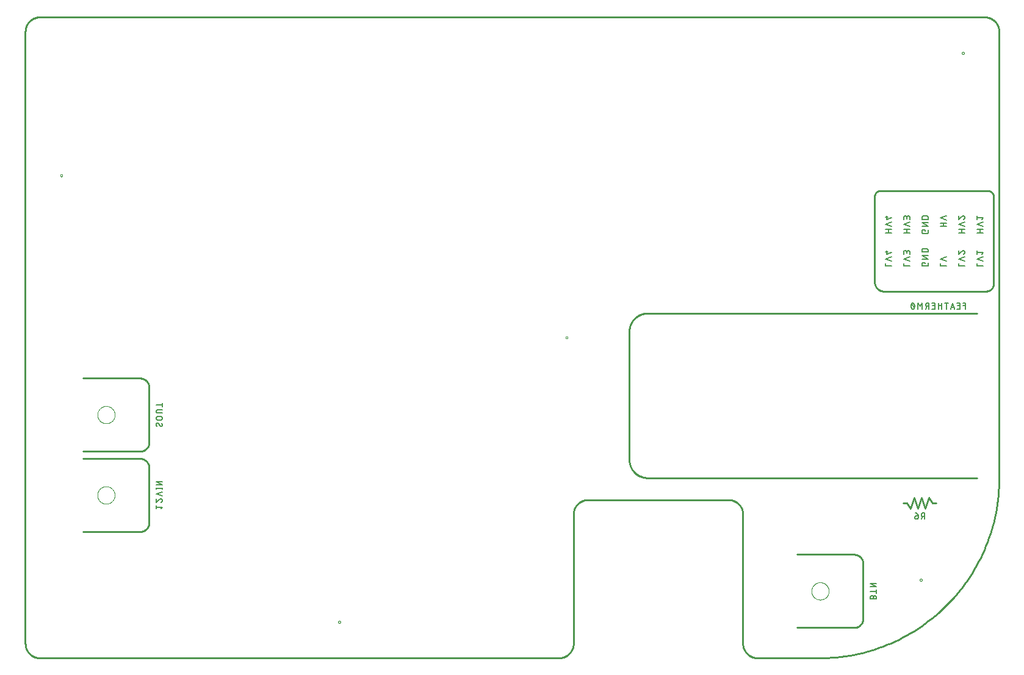
<source format=gbo>
G04 EAGLE Gerber RS-274X export*
G75*
%MOMM*%
%FSLAX34Y34*%
%LPD*%
%INSilk bottom*%
%IPPOS*%
%AMOC8*
5,1,8,0,0,1.08239X$1,22.5*%
G01*
%ADD10C,0.000000*%
%ADD11C,0.254000*%
%ADD12C,0.177800*%
%ADD13C,0.127000*%


D10*
X-46874Y-395000D02*
X-46872Y-394922D01*
X-46866Y-394845D01*
X-46856Y-394767D01*
X-46842Y-394691D01*
X-46825Y-394615D01*
X-46803Y-394540D01*
X-46778Y-394467D01*
X-46749Y-394394D01*
X-46716Y-394324D01*
X-46679Y-394255D01*
X-46640Y-394188D01*
X-46597Y-394123D01*
X-46550Y-394061D01*
X-46501Y-394001D01*
X-46448Y-393943D01*
X-46393Y-393889D01*
X-46335Y-393837D01*
X-46274Y-393788D01*
X-46211Y-393742D01*
X-46145Y-393700D01*
X-46078Y-393661D01*
X-46009Y-393626D01*
X-45938Y-393594D01*
X-45865Y-393566D01*
X-45791Y-393541D01*
X-45716Y-393521D01*
X-45640Y-393504D01*
X-45563Y-393491D01*
X-45486Y-393482D01*
X-45408Y-393477D01*
X-45331Y-393476D01*
X-45253Y-393479D01*
X-45175Y-393486D01*
X-45098Y-393497D01*
X-45022Y-393512D01*
X-44946Y-393530D01*
X-44872Y-393553D01*
X-44798Y-393579D01*
X-44727Y-393609D01*
X-44656Y-393643D01*
X-44588Y-393680D01*
X-44522Y-393721D01*
X-44457Y-393765D01*
X-44395Y-393812D01*
X-44336Y-393862D01*
X-44279Y-393916D01*
X-44225Y-393972D01*
X-44174Y-394030D01*
X-44126Y-394092D01*
X-44081Y-394155D01*
X-44040Y-394221D01*
X-44002Y-394289D01*
X-43967Y-394359D01*
X-43936Y-394430D01*
X-43909Y-394503D01*
X-43886Y-394577D01*
X-43866Y-394653D01*
X-43850Y-394729D01*
X-43838Y-394806D01*
X-43830Y-394883D01*
X-43826Y-394961D01*
X-43826Y-395039D01*
X-43830Y-395117D01*
X-43838Y-395194D01*
X-43850Y-395271D01*
X-43866Y-395347D01*
X-43886Y-395423D01*
X-43909Y-395497D01*
X-43936Y-395570D01*
X-43967Y-395641D01*
X-44002Y-395711D01*
X-44040Y-395779D01*
X-44081Y-395845D01*
X-44126Y-395908D01*
X-44174Y-395970D01*
X-44225Y-396028D01*
X-44279Y-396084D01*
X-44336Y-396138D01*
X-44395Y-396188D01*
X-44457Y-396235D01*
X-44522Y-396279D01*
X-44588Y-396320D01*
X-44656Y-396357D01*
X-44727Y-396391D01*
X-44798Y-396421D01*
X-44872Y-396447D01*
X-44946Y-396470D01*
X-45022Y-396488D01*
X-45098Y-396503D01*
X-45175Y-396514D01*
X-45253Y-396521D01*
X-45331Y-396524D01*
X-45408Y-396523D01*
X-45486Y-396518D01*
X-45563Y-396509D01*
X-45640Y-396496D01*
X-45716Y-396479D01*
X-45791Y-396459D01*
X-45865Y-396434D01*
X-45938Y-396406D01*
X-46009Y-396374D01*
X-46078Y-396339D01*
X-46145Y-396300D01*
X-46211Y-396258D01*
X-46274Y-396212D01*
X-46335Y-396163D01*
X-46393Y-396111D01*
X-46448Y-396057D01*
X-46501Y-395999D01*
X-46550Y-395939D01*
X-46597Y-395877D01*
X-46640Y-395812D01*
X-46679Y-395745D01*
X-46716Y-395676D01*
X-46749Y-395606D01*
X-46778Y-395533D01*
X-46803Y-395460D01*
X-46825Y-395385D01*
X-46842Y-395309D01*
X-46856Y-395233D01*
X-46866Y-395155D01*
X-46872Y-395078D01*
X-46874Y-395000D01*
X759896Y-336420D02*
X759898Y-336342D01*
X759904Y-336265D01*
X759914Y-336187D01*
X759928Y-336111D01*
X759945Y-336035D01*
X759967Y-335960D01*
X759992Y-335887D01*
X760021Y-335814D01*
X760054Y-335744D01*
X760091Y-335675D01*
X760130Y-335608D01*
X760173Y-335543D01*
X760220Y-335481D01*
X760269Y-335421D01*
X760322Y-335363D01*
X760377Y-335309D01*
X760435Y-335257D01*
X760496Y-335208D01*
X760559Y-335162D01*
X760625Y-335120D01*
X760692Y-335081D01*
X760761Y-335046D01*
X760832Y-335014D01*
X760905Y-334986D01*
X760979Y-334961D01*
X761054Y-334941D01*
X761130Y-334924D01*
X761207Y-334911D01*
X761284Y-334902D01*
X761362Y-334897D01*
X761439Y-334896D01*
X761517Y-334899D01*
X761595Y-334906D01*
X761672Y-334917D01*
X761748Y-334932D01*
X761824Y-334950D01*
X761898Y-334973D01*
X761972Y-334999D01*
X762043Y-335029D01*
X762114Y-335063D01*
X762182Y-335100D01*
X762248Y-335141D01*
X762313Y-335185D01*
X762375Y-335232D01*
X762434Y-335282D01*
X762491Y-335336D01*
X762545Y-335392D01*
X762596Y-335450D01*
X762644Y-335512D01*
X762689Y-335575D01*
X762730Y-335641D01*
X762768Y-335709D01*
X762803Y-335779D01*
X762834Y-335850D01*
X762861Y-335923D01*
X762884Y-335997D01*
X762904Y-336073D01*
X762920Y-336149D01*
X762932Y-336226D01*
X762940Y-336303D01*
X762944Y-336381D01*
X762944Y-336459D01*
X762940Y-336537D01*
X762932Y-336614D01*
X762920Y-336691D01*
X762904Y-336767D01*
X762884Y-336843D01*
X762861Y-336917D01*
X762834Y-336990D01*
X762803Y-337061D01*
X762768Y-337131D01*
X762730Y-337199D01*
X762689Y-337265D01*
X762644Y-337328D01*
X762596Y-337390D01*
X762545Y-337448D01*
X762491Y-337504D01*
X762434Y-337558D01*
X762375Y-337608D01*
X762313Y-337655D01*
X762248Y-337699D01*
X762182Y-337740D01*
X762114Y-337777D01*
X762043Y-337811D01*
X761972Y-337841D01*
X761898Y-337867D01*
X761824Y-337890D01*
X761748Y-337908D01*
X761672Y-337923D01*
X761595Y-337934D01*
X761517Y-337941D01*
X761439Y-337944D01*
X761362Y-337943D01*
X761284Y-337938D01*
X761207Y-337929D01*
X761130Y-337916D01*
X761054Y-337899D01*
X760979Y-337879D01*
X760905Y-337854D01*
X760832Y-337826D01*
X760761Y-337794D01*
X760692Y-337759D01*
X760625Y-337720D01*
X760559Y-337678D01*
X760496Y-337632D01*
X760435Y-337583D01*
X760377Y-337531D01*
X760322Y-337477D01*
X760269Y-337419D01*
X760220Y-337359D01*
X760173Y-337297D01*
X760130Y-337232D01*
X760091Y-337165D01*
X760054Y-337096D01*
X760021Y-337026D01*
X759992Y-336953D01*
X759967Y-336880D01*
X759945Y-336805D01*
X759928Y-336729D01*
X759914Y-336653D01*
X759904Y-336575D01*
X759898Y-336498D01*
X759896Y-336420D01*
X268476Y0D02*
X268478Y78D01*
X268484Y155D01*
X268494Y233D01*
X268508Y309D01*
X268525Y385D01*
X268547Y460D01*
X268572Y533D01*
X268601Y606D01*
X268634Y676D01*
X268671Y745D01*
X268710Y812D01*
X268753Y877D01*
X268800Y939D01*
X268849Y999D01*
X268902Y1057D01*
X268957Y1111D01*
X269015Y1163D01*
X269076Y1212D01*
X269139Y1258D01*
X269205Y1300D01*
X269272Y1339D01*
X269341Y1374D01*
X269412Y1406D01*
X269485Y1434D01*
X269559Y1459D01*
X269634Y1479D01*
X269710Y1496D01*
X269787Y1509D01*
X269864Y1518D01*
X269942Y1523D01*
X270019Y1524D01*
X270097Y1521D01*
X270175Y1514D01*
X270252Y1503D01*
X270328Y1488D01*
X270404Y1470D01*
X270478Y1447D01*
X270552Y1421D01*
X270623Y1391D01*
X270694Y1357D01*
X270762Y1320D01*
X270828Y1279D01*
X270893Y1235D01*
X270955Y1188D01*
X271014Y1138D01*
X271071Y1084D01*
X271125Y1028D01*
X271176Y970D01*
X271224Y908D01*
X271269Y845D01*
X271310Y779D01*
X271348Y711D01*
X271383Y641D01*
X271414Y570D01*
X271441Y497D01*
X271464Y423D01*
X271484Y347D01*
X271500Y271D01*
X271512Y194D01*
X271520Y117D01*
X271524Y39D01*
X271524Y-39D01*
X271520Y-117D01*
X271512Y-194D01*
X271500Y-271D01*
X271484Y-347D01*
X271464Y-423D01*
X271441Y-497D01*
X271414Y-570D01*
X271383Y-641D01*
X271348Y-711D01*
X271310Y-779D01*
X271269Y-845D01*
X271224Y-908D01*
X271176Y-970D01*
X271125Y-1028D01*
X271071Y-1084D01*
X271014Y-1138D01*
X270955Y-1188D01*
X270893Y-1235D01*
X270828Y-1279D01*
X270762Y-1320D01*
X270694Y-1357D01*
X270623Y-1391D01*
X270552Y-1421D01*
X270478Y-1447D01*
X270404Y-1470D01*
X270328Y-1488D01*
X270252Y-1503D01*
X270175Y-1514D01*
X270097Y-1521D01*
X270019Y-1524D01*
X269942Y-1523D01*
X269864Y-1518D01*
X269787Y-1509D01*
X269710Y-1496D01*
X269634Y-1479D01*
X269559Y-1459D01*
X269485Y-1434D01*
X269412Y-1406D01*
X269341Y-1374D01*
X269272Y-1339D01*
X269205Y-1300D01*
X269139Y-1258D01*
X269076Y-1212D01*
X269015Y-1163D01*
X268957Y-1111D01*
X268902Y-1057D01*
X268849Y-999D01*
X268800Y-939D01*
X268753Y-877D01*
X268710Y-812D01*
X268671Y-745D01*
X268634Y-676D01*
X268601Y-606D01*
X268572Y-533D01*
X268547Y-460D01*
X268525Y-385D01*
X268508Y-309D01*
X268494Y-233D01*
X268484Y-155D01*
X268478Y-78D01*
X268476Y0D01*
X-432544Y225000D02*
X-432542Y225078D01*
X-432536Y225155D01*
X-432526Y225233D01*
X-432512Y225309D01*
X-432495Y225385D01*
X-432473Y225460D01*
X-432448Y225533D01*
X-432419Y225606D01*
X-432386Y225676D01*
X-432349Y225745D01*
X-432310Y225812D01*
X-432267Y225877D01*
X-432220Y225939D01*
X-432171Y225999D01*
X-432118Y226057D01*
X-432063Y226111D01*
X-432005Y226163D01*
X-431944Y226212D01*
X-431881Y226258D01*
X-431815Y226300D01*
X-431748Y226339D01*
X-431679Y226374D01*
X-431608Y226406D01*
X-431535Y226434D01*
X-431461Y226459D01*
X-431386Y226479D01*
X-431310Y226496D01*
X-431233Y226509D01*
X-431156Y226518D01*
X-431078Y226523D01*
X-431001Y226524D01*
X-430923Y226521D01*
X-430845Y226514D01*
X-430768Y226503D01*
X-430692Y226488D01*
X-430616Y226470D01*
X-430542Y226447D01*
X-430468Y226421D01*
X-430397Y226391D01*
X-430326Y226357D01*
X-430258Y226320D01*
X-430192Y226279D01*
X-430127Y226235D01*
X-430065Y226188D01*
X-430006Y226138D01*
X-429949Y226084D01*
X-429895Y226028D01*
X-429844Y225970D01*
X-429796Y225908D01*
X-429751Y225845D01*
X-429710Y225779D01*
X-429672Y225711D01*
X-429637Y225641D01*
X-429606Y225570D01*
X-429579Y225497D01*
X-429556Y225423D01*
X-429536Y225347D01*
X-429520Y225271D01*
X-429508Y225194D01*
X-429500Y225117D01*
X-429496Y225039D01*
X-429496Y224961D01*
X-429500Y224883D01*
X-429508Y224806D01*
X-429520Y224729D01*
X-429536Y224653D01*
X-429556Y224577D01*
X-429579Y224503D01*
X-429606Y224430D01*
X-429637Y224359D01*
X-429672Y224289D01*
X-429710Y224221D01*
X-429751Y224155D01*
X-429796Y224092D01*
X-429844Y224030D01*
X-429895Y223972D01*
X-429949Y223916D01*
X-430006Y223862D01*
X-430065Y223812D01*
X-430127Y223765D01*
X-430192Y223721D01*
X-430258Y223680D01*
X-430326Y223643D01*
X-430397Y223609D01*
X-430468Y223579D01*
X-430542Y223553D01*
X-430616Y223530D01*
X-430692Y223512D01*
X-430768Y223497D01*
X-430845Y223486D01*
X-430923Y223479D01*
X-431001Y223476D01*
X-431078Y223477D01*
X-431156Y223482D01*
X-431233Y223491D01*
X-431310Y223504D01*
X-431386Y223521D01*
X-431461Y223541D01*
X-431535Y223566D01*
X-431608Y223594D01*
X-431679Y223626D01*
X-431748Y223661D01*
X-431815Y223700D01*
X-431881Y223742D01*
X-431944Y223788D01*
X-432005Y223837D01*
X-432063Y223889D01*
X-432118Y223943D01*
X-432171Y224001D01*
X-432220Y224061D01*
X-432267Y224123D01*
X-432310Y224188D01*
X-432349Y224255D01*
X-432386Y224324D01*
X-432419Y224394D01*
X-432448Y224467D01*
X-432473Y224540D01*
X-432495Y224615D01*
X-432512Y224691D01*
X-432526Y224767D01*
X-432536Y224845D01*
X-432542Y224922D01*
X-432544Y225000D01*
X818476Y395000D02*
X818478Y395078D01*
X818484Y395155D01*
X818494Y395233D01*
X818508Y395309D01*
X818525Y395385D01*
X818547Y395460D01*
X818572Y395533D01*
X818601Y395606D01*
X818634Y395676D01*
X818671Y395745D01*
X818710Y395812D01*
X818753Y395877D01*
X818800Y395939D01*
X818849Y395999D01*
X818902Y396057D01*
X818957Y396111D01*
X819015Y396163D01*
X819076Y396212D01*
X819139Y396258D01*
X819205Y396300D01*
X819272Y396339D01*
X819341Y396374D01*
X819412Y396406D01*
X819485Y396434D01*
X819559Y396459D01*
X819634Y396479D01*
X819710Y396496D01*
X819787Y396509D01*
X819864Y396518D01*
X819942Y396523D01*
X820019Y396524D01*
X820097Y396521D01*
X820175Y396514D01*
X820252Y396503D01*
X820328Y396488D01*
X820404Y396470D01*
X820478Y396447D01*
X820552Y396421D01*
X820623Y396391D01*
X820694Y396357D01*
X820762Y396320D01*
X820828Y396279D01*
X820893Y396235D01*
X820955Y396188D01*
X821014Y396138D01*
X821071Y396084D01*
X821125Y396028D01*
X821176Y395970D01*
X821224Y395908D01*
X821269Y395845D01*
X821310Y395779D01*
X821348Y395711D01*
X821383Y395641D01*
X821414Y395570D01*
X821441Y395497D01*
X821464Y395423D01*
X821484Y395347D01*
X821500Y395271D01*
X821512Y395194D01*
X821520Y395117D01*
X821524Y395039D01*
X821524Y394961D01*
X821520Y394883D01*
X821512Y394806D01*
X821500Y394729D01*
X821484Y394653D01*
X821464Y394577D01*
X821441Y394503D01*
X821414Y394430D01*
X821383Y394359D01*
X821348Y394289D01*
X821310Y394221D01*
X821269Y394155D01*
X821224Y394092D01*
X821176Y394030D01*
X821125Y393972D01*
X821071Y393916D01*
X821014Y393862D01*
X820955Y393812D01*
X820893Y393765D01*
X820828Y393721D01*
X820762Y393680D01*
X820694Y393643D01*
X820623Y393609D01*
X820552Y393579D01*
X820478Y393553D01*
X820404Y393530D01*
X820328Y393512D01*
X820252Y393497D01*
X820175Y393486D01*
X820097Y393479D01*
X820019Y393476D01*
X819942Y393477D01*
X819864Y393482D01*
X819787Y393491D01*
X819710Y393504D01*
X819634Y393521D01*
X819559Y393541D01*
X819485Y393566D01*
X819412Y393594D01*
X819341Y393626D01*
X819272Y393661D01*
X819205Y393700D01*
X819139Y393742D01*
X819076Y393788D01*
X819015Y393837D01*
X818957Y393889D01*
X818902Y393943D01*
X818849Y394001D01*
X818800Y394061D01*
X818753Y394123D01*
X818710Y394188D01*
X818671Y394255D01*
X818634Y394324D01*
X818601Y394394D01*
X818572Y394467D01*
X818547Y394540D01*
X818525Y394615D01*
X818508Y394691D01*
X818494Y394767D01*
X818484Y394845D01*
X818478Y394922D01*
X818476Y395000D01*
D11*
X-481020Y424680D02*
X-481020Y-424680D01*
X-481014Y-425171D01*
X-480996Y-425662D01*
X-480967Y-426152D01*
X-480925Y-426641D01*
X-480872Y-427129D01*
X-480807Y-427616D01*
X-480730Y-428101D01*
X-480641Y-428584D01*
X-480541Y-429065D01*
X-480430Y-429543D01*
X-480306Y-430018D01*
X-480172Y-430490D01*
X-480025Y-430959D01*
X-479868Y-431424D01*
X-479700Y-431886D01*
X-479520Y-432343D01*
X-479329Y-432795D01*
X-479128Y-433243D01*
X-478915Y-433686D01*
X-478692Y-434123D01*
X-478459Y-434555D01*
X-478215Y-434981D01*
X-477961Y-435402D01*
X-477697Y-435816D01*
X-477423Y-436223D01*
X-477139Y-436624D01*
X-476846Y-437018D01*
X-476543Y-437404D01*
X-476231Y-437783D01*
X-475910Y-438155D01*
X-475580Y-438518D01*
X-475241Y-438874D01*
X-474894Y-439221D01*
X-474538Y-439560D01*
X-474175Y-439890D01*
X-473803Y-440211D01*
X-473424Y-440523D01*
X-473038Y-440826D01*
X-472644Y-441119D01*
X-472243Y-441403D01*
X-471836Y-441677D01*
X-471422Y-441941D01*
X-471001Y-442195D01*
X-470575Y-442439D01*
X-470143Y-442672D01*
X-469706Y-442895D01*
X-469263Y-443108D01*
X-468815Y-443309D01*
X-468363Y-443500D01*
X-467906Y-443680D01*
X-467444Y-443848D01*
X-466979Y-444005D01*
X-466510Y-444152D01*
X-466038Y-444286D01*
X-465563Y-444410D01*
X-465085Y-444521D01*
X-464604Y-444621D01*
X-464121Y-444710D01*
X-463636Y-444787D01*
X-463149Y-444852D01*
X-462661Y-444905D01*
X-462172Y-444947D01*
X-461682Y-444976D01*
X-461191Y-444994D01*
X-460700Y-445000D01*
X259180Y-445000D01*
X259671Y-444994D01*
X260162Y-444976D01*
X260652Y-444947D01*
X261141Y-444905D01*
X261629Y-444852D01*
X262116Y-444787D01*
X262601Y-444710D01*
X263084Y-444621D01*
X263565Y-444521D01*
X264043Y-444410D01*
X264518Y-444286D01*
X264990Y-444152D01*
X265459Y-444005D01*
X265924Y-443848D01*
X266386Y-443680D01*
X266843Y-443500D01*
X267295Y-443309D01*
X267743Y-443108D01*
X268186Y-442895D01*
X268623Y-442672D01*
X269055Y-442439D01*
X269481Y-442195D01*
X269902Y-441941D01*
X270316Y-441677D01*
X270723Y-441403D01*
X271124Y-441119D01*
X271518Y-440826D01*
X271904Y-440523D01*
X272283Y-440211D01*
X272655Y-439890D01*
X273018Y-439560D01*
X273374Y-439221D01*
X273721Y-438874D01*
X274060Y-438518D01*
X274390Y-438155D01*
X274711Y-437783D01*
X275023Y-437404D01*
X275326Y-437018D01*
X275619Y-436624D01*
X275903Y-436223D01*
X276177Y-435816D01*
X276441Y-435402D01*
X276695Y-434981D01*
X276939Y-434555D01*
X277172Y-434123D01*
X277395Y-433686D01*
X277608Y-433243D01*
X277809Y-432795D01*
X278000Y-432343D01*
X278180Y-431886D01*
X278348Y-431424D01*
X278505Y-430959D01*
X278652Y-430490D01*
X278786Y-430018D01*
X278910Y-429543D01*
X279021Y-429065D01*
X279121Y-428584D01*
X279210Y-428101D01*
X279287Y-427616D01*
X279352Y-427129D01*
X279405Y-426641D01*
X279447Y-426152D01*
X279476Y-425662D01*
X279494Y-425171D01*
X279500Y-424680D01*
X279500Y-245534D01*
X279506Y-245043D01*
X279524Y-244552D01*
X279553Y-244062D01*
X279595Y-243573D01*
X279648Y-243085D01*
X279713Y-242598D01*
X279790Y-242113D01*
X279879Y-241630D01*
X279979Y-241149D01*
X280090Y-240671D01*
X280214Y-240196D01*
X280348Y-239724D01*
X280495Y-239255D01*
X280652Y-238790D01*
X280820Y-238328D01*
X281000Y-237871D01*
X281191Y-237419D01*
X281392Y-236971D01*
X281605Y-236528D01*
X281828Y-236091D01*
X282061Y-235659D01*
X282305Y-235233D01*
X282559Y-234812D01*
X282823Y-234398D01*
X283097Y-233991D01*
X283381Y-233590D01*
X283674Y-233196D01*
X283977Y-232810D01*
X284289Y-232431D01*
X284610Y-232059D01*
X284940Y-231696D01*
X285279Y-231340D01*
X285626Y-230993D01*
X285982Y-230654D01*
X286345Y-230324D01*
X286717Y-230003D01*
X287096Y-229691D01*
X287482Y-229388D01*
X287876Y-229095D01*
X288277Y-228811D01*
X288684Y-228537D01*
X289098Y-228273D01*
X289519Y-228019D01*
X289945Y-227775D01*
X290377Y-227542D01*
X290814Y-227319D01*
X291257Y-227106D01*
X291705Y-226905D01*
X292157Y-226714D01*
X292614Y-226534D01*
X293076Y-226366D01*
X293541Y-226209D01*
X294010Y-226062D01*
X294482Y-225928D01*
X294957Y-225804D01*
X295435Y-225693D01*
X295916Y-225593D01*
X296399Y-225504D01*
X296884Y-225427D01*
X297371Y-225362D01*
X297859Y-225309D01*
X298348Y-225267D01*
X298838Y-225238D01*
X299329Y-225220D01*
X299820Y-225214D01*
X494180Y-225214D01*
X494671Y-225220D01*
X495162Y-225238D01*
X495652Y-225267D01*
X496141Y-225309D01*
X496629Y-225362D01*
X497116Y-225427D01*
X497601Y-225504D01*
X498084Y-225593D01*
X498565Y-225693D01*
X499043Y-225804D01*
X499518Y-225928D01*
X499990Y-226062D01*
X500459Y-226209D01*
X500924Y-226366D01*
X501386Y-226534D01*
X501843Y-226714D01*
X502295Y-226905D01*
X502743Y-227106D01*
X503186Y-227319D01*
X503623Y-227542D01*
X504055Y-227775D01*
X504481Y-228019D01*
X504902Y-228273D01*
X505316Y-228537D01*
X505723Y-228811D01*
X506124Y-229095D01*
X506518Y-229388D01*
X506904Y-229691D01*
X507283Y-230003D01*
X507655Y-230324D01*
X508018Y-230654D01*
X508374Y-230993D01*
X508721Y-231340D01*
X509060Y-231696D01*
X509390Y-232059D01*
X509711Y-232431D01*
X510023Y-232810D01*
X510326Y-233196D01*
X510619Y-233590D01*
X510903Y-233991D01*
X511177Y-234398D01*
X511441Y-234812D01*
X511695Y-235233D01*
X511939Y-235659D01*
X512172Y-236091D01*
X512395Y-236528D01*
X512608Y-236971D01*
X512809Y-237419D01*
X513000Y-237871D01*
X513180Y-238328D01*
X513348Y-238790D01*
X513505Y-239255D01*
X513652Y-239724D01*
X513786Y-240196D01*
X513910Y-240671D01*
X514021Y-241149D01*
X514121Y-241630D01*
X514210Y-242113D01*
X514287Y-242598D01*
X514352Y-243085D01*
X514405Y-243573D01*
X514447Y-244062D01*
X514476Y-244552D01*
X514494Y-245043D01*
X514500Y-245534D01*
X514500Y-424680D01*
X514506Y-425171D01*
X514524Y-425662D01*
X514553Y-426152D01*
X514595Y-426641D01*
X514648Y-427129D01*
X514713Y-427616D01*
X514790Y-428101D01*
X514879Y-428584D01*
X514979Y-429065D01*
X515090Y-429543D01*
X515214Y-430018D01*
X515348Y-430490D01*
X515495Y-430959D01*
X515652Y-431424D01*
X515820Y-431886D01*
X516000Y-432343D01*
X516191Y-432795D01*
X516392Y-433243D01*
X516605Y-433686D01*
X516828Y-434123D01*
X517061Y-434555D01*
X517305Y-434981D01*
X517559Y-435402D01*
X517823Y-435816D01*
X518097Y-436223D01*
X518381Y-436624D01*
X518674Y-437018D01*
X518977Y-437404D01*
X519289Y-437783D01*
X519610Y-438155D01*
X519940Y-438518D01*
X520279Y-438874D01*
X520626Y-439221D01*
X520982Y-439560D01*
X521345Y-439890D01*
X521717Y-440211D01*
X522096Y-440523D01*
X522482Y-440826D01*
X522876Y-441119D01*
X523277Y-441403D01*
X523684Y-441677D01*
X524098Y-441941D01*
X524519Y-442195D01*
X524945Y-442439D01*
X525377Y-442672D01*
X525814Y-442895D01*
X526257Y-443108D01*
X526705Y-443309D01*
X527157Y-443500D01*
X527614Y-443680D01*
X528076Y-443848D01*
X528541Y-444005D01*
X529010Y-444152D01*
X529482Y-444286D01*
X529957Y-444410D01*
X530435Y-444521D01*
X530916Y-444621D01*
X531399Y-444710D01*
X531884Y-444787D01*
X532371Y-444852D01*
X532859Y-444905D01*
X533348Y-444947D01*
X533838Y-444976D01*
X534329Y-444994D01*
X534820Y-445000D01*
X620000Y-445000D01*
X626041Y-444927D01*
X632078Y-444708D01*
X638109Y-444343D01*
X644128Y-443833D01*
X650134Y-443177D01*
X656122Y-442377D01*
X662089Y-441432D01*
X668032Y-440343D01*
X673946Y-439110D01*
X679829Y-437735D01*
X685677Y-436219D01*
X691486Y-434561D01*
X697254Y-432764D01*
X702977Y-430828D01*
X708651Y-428754D01*
X714274Y-426544D01*
X719841Y-424198D01*
X725350Y-421719D01*
X730798Y-419107D01*
X736181Y-416364D01*
X741496Y-413492D01*
X746740Y-410492D01*
X751910Y-407367D01*
X757003Y-404118D01*
X762016Y-400746D01*
X766946Y-397254D01*
X771791Y-393644D01*
X776546Y-389919D01*
X781211Y-386079D01*
X785781Y-382128D01*
X790254Y-378067D01*
X794628Y-373900D01*
X798900Y-369628D01*
X803067Y-365254D01*
X807128Y-360781D01*
X811079Y-356211D01*
X814919Y-351546D01*
X818644Y-346791D01*
X822254Y-341946D01*
X825746Y-337016D01*
X829118Y-332003D01*
X832367Y-326910D01*
X835492Y-321740D01*
X838492Y-316496D01*
X841364Y-311181D01*
X844107Y-305798D01*
X846719Y-300350D01*
X849198Y-294841D01*
X851544Y-289274D01*
X853754Y-283651D01*
X855828Y-277977D01*
X857764Y-272254D01*
X859561Y-266486D01*
X861219Y-260677D01*
X862735Y-254829D01*
X864110Y-248946D01*
X865343Y-243032D01*
X866432Y-237089D01*
X867377Y-231122D01*
X868177Y-225134D01*
X868833Y-219128D01*
X869343Y-213109D01*
X869708Y-207078D01*
X869927Y-201041D01*
X870000Y-195000D01*
X870000Y424680D01*
X869994Y425171D01*
X869976Y425662D01*
X869947Y426152D01*
X869905Y426641D01*
X869852Y427129D01*
X869787Y427616D01*
X869710Y428101D01*
X869621Y428584D01*
X869521Y429065D01*
X869410Y429543D01*
X869286Y430018D01*
X869152Y430490D01*
X869005Y430959D01*
X868848Y431424D01*
X868680Y431886D01*
X868500Y432343D01*
X868309Y432795D01*
X868108Y433243D01*
X867895Y433686D01*
X867672Y434123D01*
X867439Y434555D01*
X867195Y434981D01*
X866941Y435402D01*
X866677Y435816D01*
X866403Y436223D01*
X866119Y436624D01*
X865826Y437018D01*
X865523Y437404D01*
X865211Y437783D01*
X864890Y438155D01*
X864560Y438518D01*
X864221Y438874D01*
X863874Y439221D01*
X863518Y439560D01*
X863155Y439890D01*
X862783Y440211D01*
X862404Y440523D01*
X862018Y440826D01*
X861624Y441119D01*
X861223Y441403D01*
X860816Y441677D01*
X860402Y441941D01*
X859981Y442195D01*
X859555Y442439D01*
X859123Y442672D01*
X858686Y442895D01*
X858243Y443108D01*
X857795Y443309D01*
X857343Y443500D01*
X856886Y443680D01*
X856424Y443848D01*
X855959Y444005D01*
X855490Y444152D01*
X855018Y444286D01*
X854543Y444410D01*
X854065Y444521D01*
X853584Y444621D01*
X853101Y444710D01*
X852616Y444787D01*
X852129Y444852D01*
X851641Y444905D01*
X851152Y444947D01*
X850662Y444976D01*
X850171Y444994D01*
X849680Y445000D01*
X-460700Y445000D01*
X-461191Y444994D01*
X-461682Y444976D01*
X-462172Y444947D01*
X-462661Y444905D01*
X-463149Y444852D01*
X-463636Y444787D01*
X-464121Y444710D01*
X-464604Y444621D01*
X-465085Y444521D01*
X-465563Y444410D01*
X-466038Y444286D01*
X-466510Y444152D01*
X-466979Y444005D01*
X-467444Y443848D01*
X-467906Y443680D01*
X-468363Y443500D01*
X-468815Y443309D01*
X-469263Y443108D01*
X-469706Y442895D01*
X-470143Y442672D01*
X-470575Y442439D01*
X-471001Y442195D01*
X-471422Y441941D01*
X-471836Y441677D01*
X-472243Y441403D01*
X-472644Y441119D01*
X-473038Y440826D01*
X-473424Y440523D01*
X-473803Y440211D01*
X-474175Y439890D01*
X-474538Y439560D01*
X-474894Y439221D01*
X-475241Y438874D01*
X-475580Y438518D01*
X-475910Y438155D01*
X-476231Y437783D01*
X-476543Y437404D01*
X-476846Y437018D01*
X-477139Y436624D01*
X-477423Y436223D01*
X-477697Y435816D01*
X-477961Y435402D01*
X-478215Y434981D01*
X-478459Y434555D01*
X-478692Y434123D01*
X-478915Y433686D01*
X-479128Y433243D01*
X-479329Y432795D01*
X-479520Y432343D01*
X-479700Y431886D01*
X-479868Y431424D01*
X-480025Y430959D01*
X-480172Y430490D01*
X-480306Y430018D01*
X-480430Y429543D01*
X-480541Y429065D01*
X-480641Y428584D01*
X-480730Y428101D01*
X-480807Y427616D01*
X-480872Y427129D01*
X-480925Y426641D01*
X-480967Y426152D01*
X-480996Y425662D01*
X-481014Y425171D01*
X-481020Y424680D01*
X382306Y-194858D02*
X839506Y-194858D01*
X382306Y-194858D02*
X381692Y-194851D01*
X381079Y-194828D01*
X380466Y-194791D01*
X379855Y-194739D01*
X379244Y-194673D01*
X378636Y-194591D01*
X378030Y-194495D01*
X377426Y-194385D01*
X376825Y-194260D01*
X376227Y-194120D01*
X375633Y-193966D01*
X375043Y-193797D01*
X374457Y-193615D01*
X373876Y-193418D01*
X373299Y-193207D01*
X372728Y-192983D01*
X372162Y-192745D01*
X371602Y-192493D01*
X371049Y-192227D01*
X370502Y-191949D01*
X369962Y-191657D01*
X369429Y-191352D01*
X368904Y-191034D01*
X368386Y-190704D01*
X367877Y-190362D01*
X367376Y-190007D01*
X366884Y-189640D01*
X366401Y-189262D01*
X365927Y-188872D01*
X365463Y-188470D01*
X365008Y-188058D01*
X364564Y-187634D01*
X364130Y-187200D01*
X363706Y-186756D01*
X363294Y-186301D01*
X362892Y-185837D01*
X362502Y-185363D01*
X362124Y-184880D01*
X361757Y-184388D01*
X361402Y-183887D01*
X361060Y-183378D01*
X360730Y-182860D01*
X360412Y-182335D01*
X360107Y-181802D01*
X359815Y-181262D01*
X359537Y-180715D01*
X359271Y-180162D01*
X359019Y-179602D01*
X358781Y-179036D01*
X358557Y-178465D01*
X358346Y-177888D01*
X358149Y-177307D01*
X357967Y-176721D01*
X357798Y-176131D01*
X357644Y-175537D01*
X357504Y-174939D01*
X357379Y-174338D01*
X357269Y-173734D01*
X357173Y-173128D01*
X357091Y-172520D01*
X357025Y-171909D01*
X356973Y-171298D01*
X356936Y-170685D01*
X356913Y-170072D01*
X356906Y-169458D01*
X356906Y8342D01*
X356913Y8956D01*
X356936Y9569D01*
X356973Y10182D01*
X357025Y10793D01*
X357091Y11404D01*
X357173Y12012D01*
X357269Y12618D01*
X357379Y13222D01*
X357504Y13823D01*
X357644Y14421D01*
X357798Y15015D01*
X357967Y15605D01*
X358149Y16191D01*
X358346Y16772D01*
X358557Y17349D01*
X358781Y17920D01*
X359019Y18486D01*
X359271Y19046D01*
X359537Y19599D01*
X359815Y20146D01*
X360107Y20686D01*
X360412Y21219D01*
X360730Y21744D01*
X361060Y22262D01*
X361402Y22771D01*
X361757Y23272D01*
X362124Y23764D01*
X362502Y24247D01*
X362892Y24721D01*
X363294Y25185D01*
X363706Y25640D01*
X364130Y26084D01*
X364564Y26518D01*
X365008Y26942D01*
X365463Y27354D01*
X365927Y27756D01*
X366401Y28146D01*
X366884Y28524D01*
X367376Y28891D01*
X367877Y29246D01*
X368386Y29588D01*
X368904Y29918D01*
X369429Y30236D01*
X369962Y30541D01*
X370502Y30833D01*
X371049Y31111D01*
X371602Y31377D01*
X372162Y31629D01*
X372728Y31867D01*
X373299Y32091D01*
X373876Y32302D01*
X374457Y32499D01*
X375043Y32681D01*
X375633Y32850D01*
X376227Y33004D01*
X376825Y33144D01*
X377426Y33269D01*
X378030Y33379D01*
X378636Y33475D01*
X379244Y33557D01*
X379855Y33623D01*
X380466Y33675D01*
X381079Y33712D01*
X381692Y33735D01*
X382306Y33742D01*
X839506Y33742D01*
D12*
X823377Y39711D02*
X823377Y48093D01*
X819652Y48093D01*
X819652Y44368D02*
X823377Y44368D01*
X815452Y39711D02*
X811727Y39711D01*
X815452Y39711D02*
X815452Y48093D01*
X811727Y48093D01*
X812658Y44368D02*
X815452Y44368D01*
X808327Y39711D02*
X805533Y48093D01*
X802739Y39711D01*
X803437Y41807D02*
X807628Y41807D01*
X796998Y39711D02*
X796998Y48093D01*
X794670Y48093D02*
X799327Y48093D01*
X790488Y48093D02*
X790488Y39711D01*
X790488Y44368D02*
X785831Y44368D01*
X785831Y48093D02*
X785831Y39711D01*
X780705Y39711D02*
X776980Y39711D01*
X780705Y39711D02*
X780705Y48093D01*
X776980Y48093D01*
X777911Y44368D02*
X780705Y44368D01*
X772715Y48093D02*
X772715Y39711D01*
X772715Y48093D02*
X770387Y48093D01*
X770292Y48091D01*
X770197Y48085D01*
X770103Y48076D01*
X770009Y48062D01*
X769915Y48045D01*
X769823Y48024D01*
X769731Y47999D01*
X769641Y47970D01*
X769551Y47938D01*
X769463Y47902D01*
X769377Y47862D01*
X769292Y47820D01*
X769209Y47773D01*
X769128Y47723D01*
X769050Y47670D01*
X768973Y47614D01*
X768899Y47555D01*
X768827Y47493D01*
X768758Y47428D01*
X768691Y47360D01*
X768628Y47290D01*
X768567Y47216D01*
X768509Y47141D01*
X768455Y47063D01*
X768403Y46983D01*
X768355Y46901D01*
X768311Y46818D01*
X768269Y46732D01*
X768232Y46645D01*
X768198Y46556D01*
X768167Y46466D01*
X768140Y46375D01*
X768117Y46283D01*
X768098Y46190D01*
X768083Y46096D01*
X768071Y46002D01*
X768063Y45907D01*
X768059Y45812D01*
X768059Y45718D01*
X768063Y45623D01*
X768071Y45528D01*
X768083Y45434D01*
X768098Y45340D01*
X768117Y45247D01*
X768140Y45155D01*
X768167Y45064D01*
X768198Y44974D01*
X768232Y44885D01*
X768269Y44798D01*
X768311Y44712D01*
X768355Y44629D01*
X768403Y44547D01*
X768455Y44467D01*
X768509Y44389D01*
X768567Y44314D01*
X768628Y44240D01*
X768691Y44170D01*
X768758Y44102D01*
X768827Y44037D01*
X768899Y43975D01*
X768973Y43916D01*
X769050Y43860D01*
X769128Y43807D01*
X769209Y43757D01*
X769292Y43710D01*
X769377Y43668D01*
X769463Y43628D01*
X769551Y43592D01*
X769641Y43560D01*
X769731Y43531D01*
X769823Y43506D01*
X769915Y43485D01*
X770009Y43468D01*
X770103Y43454D01*
X770197Y43445D01*
X770292Y43439D01*
X770387Y43437D01*
X770387Y43436D02*
X772715Y43436D01*
X769921Y43436D02*
X768059Y39711D01*
X763217Y39711D02*
X763217Y48093D01*
X760423Y43436D01*
X757629Y48093D01*
X757629Y39711D01*
X752692Y43902D02*
X752690Y44067D01*
X752684Y44232D01*
X752674Y44396D01*
X752661Y44561D01*
X752643Y44725D01*
X752621Y44888D01*
X752596Y45051D01*
X752566Y45213D01*
X752533Y45375D01*
X752496Y45535D01*
X752455Y45695D01*
X752410Y45854D01*
X752362Y46011D01*
X752310Y46168D01*
X752254Y46323D01*
X752194Y46477D01*
X752131Y46629D01*
X752064Y46780D01*
X751994Y46929D01*
X751965Y47006D01*
X751933Y47082D01*
X751898Y47156D01*
X751858Y47228D01*
X751816Y47298D01*
X751770Y47366D01*
X751721Y47432D01*
X751668Y47496D01*
X751613Y47557D01*
X751555Y47615D01*
X751495Y47670D01*
X751431Y47723D01*
X751365Y47772D01*
X751297Y47818D01*
X751227Y47861D01*
X751155Y47901D01*
X751081Y47937D01*
X751006Y47969D01*
X750929Y47998D01*
X750851Y48023D01*
X750771Y48044D01*
X750691Y48062D01*
X750610Y48075D01*
X750528Y48085D01*
X750446Y48091D01*
X750364Y48093D01*
X750282Y48091D01*
X750200Y48085D01*
X750118Y48075D01*
X750037Y48062D01*
X749957Y48044D01*
X749877Y48023D01*
X749799Y47998D01*
X749722Y47969D01*
X749647Y47937D01*
X749573Y47901D01*
X749501Y47861D01*
X749431Y47818D01*
X749363Y47772D01*
X749297Y47723D01*
X749234Y47670D01*
X749173Y47615D01*
X749115Y47557D01*
X749060Y47496D01*
X749007Y47432D01*
X748958Y47366D01*
X748912Y47298D01*
X748870Y47228D01*
X748831Y47156D01*
X748795Y47082D01*
X748763Y47006D01*
X748734Y46929D01*
X748664Y46780D01*
X748597Y46629D01*
X748534Y46477D01*
X748474Y46323D01*
X748418Y46168D01*
X748366Y46011D01*
X748318Y45854D01*
X748273Y45695D01*
X748232Y45535D01*
X748195Y45375D01*
X748162Y45213D01*
X748132Y45051D01*
X748107Y44888D01*
X748085Y44725D01*
X748067Y44561D01*
X748054Y44396D01*
X748044Y44232D01*
X748038Y44067D01*
X748036Y43902D01*
X752693Y43902D02*
X752691Y43737D01*
X752685Y43572D01*
X752675Y43408D01*
X752662Y43243D01*
X752644Y43079D01*
X752622Y42916D01*
X752597Y42753D01*
X752567Y42591D01*
X752534Y42429D01*
X752497Y42268D01*
X752456Y42109D01*
X752411Y41950D01*
X752363Y41792D01*
X752311Y41636D01*
X752255Y41481D01*
X752195Y41327D01*
X752132Y41175D01*
X752065Y41024D01*
X751994Y40875D01*
X751965Y40798D01*
X751933Y40722D01*
X751897Y40648D01*
X751858Y40576D01*
X751816Y40506D01*
X751770Y40438D01*
X751721Y40372D01*
X751668Y40308D01*
X751613Y40247D01*
X751555Y40189D01*
X751495Y40134D01*
X751431Y40081D01*
X751365Y40032D01*
X751297Y39986D01*
X751227Y39943D01*
X751155Y39903D01*
X751081Y39867D01*
X751006Y39835D01*
X750929Y39806D01*
X750851Y39781D01*
X750771Y39760D01*
X750691Y39742D01*
X750610Y39729D01*
X750528Y39719D01*
X750446Y39713D01*
X750364Y39711D01*
X748734Y40875D02*
X748663Y41024D01*
X748596Y41175D01*
X748533Y41327D01*
X748473Y41481D01*
X748417Y41636D01*
X748365Y41792D01*
X748317Y41950D01*
X748272Y42109D01*
X748231Y42268D01*
X748194Y42429D01*
X748161Y42591D01*
X748131Y42753D01*
X748106Y42916D01*
X748084Y43079D01*
X748066Y43243D01*
X748053Y43408D01*
X748043Y43572D01*
X748037Y43737D01*
X748035Y43902D01*
X748734Y40875D02*
X748763Y40798D01*
X748795Y40722D01*
X748831Y40648D01*
X748870Y40576D01*
X748912Y40506D01*
X748958Y40438D01*
X749007Y40372D01*
X749060Y40308D01*
X749115Y40247D01*
X749173Y40189D01*
X749234Y40134D01*
X749297Y40081D01*
X749363Y40032D01*
X749431Y39986D01*
X749501Y39943D01*
X749573Y39903D01*
X749647Y39867D01*
X749722Y39835D01*
X749799Y39806D01*
X749877Y39781D01*
X749957Y39760D01*
X750037Y39742D01*
X750118Y39729D01*
X750200Y39719D01*
X750282Y39713D01*
X750364Y39711D01*
X752227Y41574D02*
X748502Y46230D01*
D11*
X697358Y76946D02*
X697358Y195755D01*
X697358Y76946D02*
X697362Y76639D01*
X697373Y76332D01*
X697391Y76026D01*
X697417Y75720D01*
X697451Y75415D01*
X697491Y75111D01*
X697539Y74808D01*
X697595Y74506D01*
X697657Y74206D01*
X697727Y73907D01*
X697804Y73610D01*
X697888Y73314D01*
X697980Y73021D01*
X698078Y72731D01*
X698183Y72443D01*
X698296Y72157D01*
X698415Y71874D01*
X698541Y71594D01*
X698673Y71317D01*
X698813Y71044D01*
X698959Y70774D01*
X699111Y70508D01*
X699270Y70245D01*
X699435Y69986D01*
X699606Y69732D01*
X699783Y69481D01*
X699967Y69235D01*
X700156Y68993D01*
X700351Y68757D01*
X700552Y68524D01*
X700758Y68297D01*
X700970Y68075D01*
X701187Y67858D01*
X701409Y67646D01*
X701636Y67440D01*
X701869Y67239D01*
X702105Y67044D01*
X702347Y66855D01*
X702593Y66671D01*
X702844Y66494D01*
X703098Y66323D01*
X703357Y66158D01*
X703620Y65999D01*
X703886Y65847D01*
X704156Y65701D01*
X704429Y65561D01*
X704706Y65429D01*
X704986Y65303D01*
X705269Y65184D01*
X705555Y65071D01*
X705843Y64966D01*
X706133Y64868D01*
X706426Y64776D01*
X706722Y64692D01*
X707019Y64615D01*
X707318Y64545D01*
X707618Y64483D01*
X707920Y64427D01*
X708223Y64379D01*
X708527Y64339D01*
X708832Y64305D01*
X709138Y64279D01*
X709444Y64261D01*
X709751Y64250D01*
X710058Y64246D01*
X851709Y64246D01*
X851969Y64249D01*
X852228Y64259D01*
X852488Y64274D01*
X852746Y64296D01*
X853005Y64324D01*
X853262Y64359D01*
X853519Y64399D01*
X853774Y64446D01*
X854028Y64499D01*
X854281Y64558D01*
X854533Y64624D01*
X854783Y64695D01*
X855031Y64772D01*
X855277Y64855D01*
X855521Y64945D01*
X855762Y65040D01*
X856002Y65140D01*
X856239Y65247D01*
X856473Y65359D01*
X856704Y65477D01*
X856933Y65601D01*
X857158Y65730D01*
X857381Y65864D01*
X857600Y66004D01*
X857815Y66149D01*
X858027Y66299D01*
X858235Y66454D01*
X858440Y66614D01*
X858640Y66779D01*
X858837Y66949D01*
X859029Y67124D01*
X859217Y67303D01*
X859401Y67487D01*
X859580Y67675D01*
X859755Y67867D01*
X859925Y68064D01*
X860090Y68264D01*
X860250Y68469D01*
X860405Y68677D01*
X860555Y68889D01*
X860700Y69104D01*
X860840Y69323D01*
X860974Y69546D01*
X861103Y69771D01*
X861227Y70000D01*
X861345Y70231D01*
X861457Y70465D01*
X861564Y70702D01*
X861664Y70942D01*
X861759Y71183D01*
X861849Y71427D01*
X861932Y71673D01*
X862009Y71921D01*
X862080Y72171D01*
X862146Y72423D01*
X862205Y72676D01*
X862258Y72930D01*
X862305Y73185D01*
X862345Y73442D01*
X862380Y73699D01*
X862408Y73958D01*
X862430Y74216D01*
X862445Y74476D01*
X862455Y74735D01*
X862458Y74995D01*
X862458Y195274D01*
X862455Y195484D01*
X862448Y195693D01*
X862435Y195902D01*
X862418Y196111D01*
X862395Y196319D01*
X862367Y196527D01*
X862334Y196734D01*
X862296Y196940D01*
X862254Y197145D01*
X862206Y197349D01*
X862153Y197552D01*
X862096Y197754D01*
X862034Y197954D01*
X861966Y198152D01*
X861894Y198349D01*
X861818Y198544D01*
X861736Y198737D01*
X861650Y198928D01*
X861560Y199117D01*
X861465Y199304D01*
X861365Y199488D01*
X861261Y199670D01*
X861153Y199850D01*
X861040Y200026D01*
X860923Y200200D01*
X860802Y200371D01*
X860677Y200539D01*
X860547Y200704D01*
X860414Y200866D01*
X860277Y201025D01*
X860136Y201180D01*
X859992Y201331D01*
X859843Y201480D01*
X859692Y201624D01*
X859537Y201765D01*
X859378Y201902D01*
X859216Y202035D01*
X859051Y202165D01*
X858883Y202290D01*
X858712Y202411D01*
X858538Y202528D01*
X858362Y202641D01*
X858182Y202749D01*
X858000Y202853D01*
X857816Y202953D01*
X857629Y203048D01*
X857440Y203138D01*
X857249Y203224D01*
X857056Y203306D01*
X856861Y203382D01*
X856664Y203454D01*
X856466Y203522D01*
X856266Y203584D01*
X856064Y203641D01*
X855861Y203694D01*
X855657Y203742D01*
X855452Y203784D01*
X855246Y203822D01*
X855039Y203855D01*
X854831Y203883D01*
X854623Y203906D01*
X854414Y203923D01*
X854205Y203936D01*
X853996Y203943D01*
X853786Y203946D01*
X705549Y203946D01*
X705351Y203944D01*
X705153Y203936D01*
X704956Y203924D01*
X704758Y203908D01*
X704562Y203886D01*
X704365Y203860D01*
X704170Y203829D01*
X703975Y203793D01*
X703782Y203753D01*
X703589Y203708D01*
X703397Y203658D01*
X703207Y203604D01*
X703018Y203545D01*
X702830Y203482D01*
X702644Y203414D01*
X702460Y203341D01*
X702278Y203264D01*
X702097Y203183D01*
X701919Y203098D01*
X701742Y203008D01*
X701568Y202914D01*
X701396Y202815D01*
X701227Y202713D01*
X701060Y202607D01*
X700896Y202496D01*
X700734Y202382D01*
X700576Y202263D01*
X700420Y202141D01*
X700267Y202016D01*
X700117Y201886D01*
X699971Y201753D01*
X699827Y201616D01*
X699688Y201477D01*
X699551Y201333D01*
X699418Y201187D01*
X699288Y201037D01*
X699163Y200884D01*
X699041Y200728D01*
X698922Y200570D01*
X698808Y200408D01*
X698697Y200244D01*
X698591Y200077D01*
X698489Y199908D01*
X698390Y199736D01*
X698296Y199562D01*
X698206Y199385D01*
X698121Y199207D01*
X698040Y199026D01*
X697963Y198844D01*
X697890Y198660D01*
X697822Y198474D01*
X697759Y198286D01*
X697700Y198097D01*
X697646Y197907D01*
X697596Y197715D01*
X697551Y197522D01*
X697511Y197329D01*
X697475Y197134D01*
X697444Y196939D01*
X697418Y196742D01*
X697396Y196546D01*
X697380Y196348D01*
X697368Y196151D01*
X697360Y195953D01*
X697358Y195755D01*
D13*
X838963Y145489D02*
X847853Y145489D01*
X843902Y145489D02*
X843902Y150428D01*
X847853Y150428D02*
X838963Y150428D01*
X838963Y157408D02*
X847853Y154444D01*
X847853Y160371D02*
X838963Y157408D01*
X845877Y164082D02*
X847853Y166552D01*
X838963Y166552D01*
X838963Y169021D02*
X838963Y164082D01*
X822453Y145489D02*
X813563Y145489D01*
X818502Y145489D02*
X818502Y150428D01*
X822453Y150428D02*
X813563Y150428D01*
X813563Y157408D02*
X822453Y154444D01*
X822453Y160371D02*
X813563Y157408D01*
X822454Y166799D02*
X822452Y166891D01*
X822446Y166983D01*
X822437Y167074D01*
X822424Y167165D01*
X822407Y167255D01*
X822386Y167345D01*
X822362Y167433D01*
X822334Y167521D01*
X822302Y167607D01*
X822267Y167692D01*
X822228Y167775D01*
X822186Y167857D01*
X822141Y167937D01*
X822092Y168015D01*
X822040Y168091D01*
X821985Y168164D01*
X821927Y168236D01*
X821867Y168305D01*
X821803Y168371D01*
X821737Y168435D01*
X821668Y168495D01*
X821596Y168553D01*
X821523Y168608D01*
X821447Y168660D01*
X821369Y168709D01*
X821289Y168754D01*
X821207Y168796D01*
X821124Y168835D01*
X821039Y168870D01*
X820953Y168902D01*
X820865Y168930D01*
X820777Y168954D01*
X820687Y168975D01*
X820597Y168992D01*
X820506Y169005D01*
X820415Y169014D01*
X820323Y169020D01*
X820231Y169022D01*
X822453Y166799D02*
X822451Y166693D01*
X822445Y166588D01*
X822435Y166483D01*
X822422Y166378D01*
X822404Y166274D01*
X822383Y166171D01*
X822358Y166068D01*
X822329Y165966D01*
X822296Y165866D01*
X822260Y165767D01*
X822220Y165669D01*
X822176Y165573D01*
X822129Y165478D01*
X822079Y165386D01*
X822025Y165295D01*
X821967Y165206D01*
X821907Y165120D01*
X821843Y165036D01*
X821777Y164954D01*
X821707Y164874D01*
X821634Y164798D01*
X821559Y164724D01*
X821481Y164653D01*
X821400Y164585D01*
X821317Y164519D01*
X821231Y164457D01*
X821144Y164399D01*
X821054Y164343D01*
X820962Y164291D01*
X820868Y164242D01*
X820773Y164197D01*
X820676Y164155D01*
X820577Y164117D01*
X820478Y164083D01*
X818502Y168280D02*
X818571Y168349D01*
X818641Y168415D01*
X818715Y168478D01*
X818791Y168537D01*
X818869Y168594D01*
X818949Y168648D01*
X819032Y168698D01*
X819116Y168745D01*
X819203Y168788D01*
X819291Y168828D01*
X819380Y168864D01*
X819471Y168897D01*
X819563Y168926D01*
X819657Y168951D01*
X819751Y168972D01*
X819846Y168990D01*
X819942Y169003D01*
X820038Y169013D01*
X820134Y169019D01*
X820231Y169021D01*
X818502Y168280D02*
X813563Y164082D01*
X813563Y169021D01*
X797053Y154139D02*
X788163Y154139D01*
X793102Y154139D02*
X793102Y159078D01*
X797053Y159078D02*
X788163Y159078D01*
X788163Y166058D02*
X797053Y163094D01*
X797053Y169021D02*
X788163Y166058D01*
X767702Y149514D02*
X767702Y148032D01*
X767702Y149514D02*
X762763Y149514D01*
X762763Y146551D01*
X762765Y146465D01*
X762771Y146379D01*
X762780Y146293D01*
X762793Y146208D01*
X762810Y146123D01*
X762830Y146040D01*
X762854Y145957D01*
X762882Y145875D01*
X762913Y145795D01*
X762948Y145716D01*
X762986Y145639D01*
X763028Y145563D01*
X763072Y145489D01*
X763120Y145418D01*
X763171Y145348D01*
X763225Y145281D01*
X763282Y145216D01*
X763342Y145154D01*
X763404Y145094D01*
X763469Y145037D01*
X763536Y144983D01*
X763606Y144932D01*
X763677Y144884D01*
X763751Y144840D01*
X763827Y144798D01*
X763904Y144760D01*
X763983Y144725D01*
X764063Y144694D01*
X764145Y144666D01*
X764228Y144642D01*
X764311Y144622D01*
X764396Y144605D01*
X764481Y144592D01*
X764567Y144583D01*
X764653Y144577D01*
X764739Y144575D01*
X769677Y144575D01*
X769766Y144577D01*
X769854Y144583D01*
X769942Y144593D01*
X770030Y144607D01*
X770117Y144625D01*
X770203Y144646D01*
X770288Y144672D01*
X770371Y144701D01*
X770454Y144734D01*
X770534Y144771D01*
X770613Y144811D01*
X770690Y144855D01*
X770766Y144902D01*
X770838Y144952D01*
X770909Y145006D01*
X770977Y145063D01*
X771043Y145123D01*
X771105Y145185D01*
X771165Y145251D01*
X771222Y145319D01*
X771276Y145390D01*
X771326Y145462D01*
X771373Y145537D01*
X771417Y145615D01*
X771457Y145694D01*
X771494Y145774D01*
X771527Y145857D01*
X771556Y145940D01*
X771582Y146025D01*
X771603Y146111D01*
X771621Y146198D01*
X771635Y146286D01*
X771645Y146374D01*
X771651Y146462D01*
X771653Y146551D01*
X771653Y149514D01*
X771653Y154329D02*
X762763Y154329D01*
X762763Y159267D02*
X771653Y154329D01*
X771653Y159267D02*
X762763Y159267D01*
X762763Y164082D02*
X771653Y164082D01*
X771653Y166552D01*
X771651Y166649D01*
X771645Y166746D01*
X771636Y166842D01*
X771623Y166938D01*
X771606Y167034D01*
X771585Y167128D01*
X771560Y167222D01*
X771532Y167315D01*
X771500Y167407D01*
X771465Y167497D01*
X771426Y167586D01*
X771384Y167673D01*
X771338Y167758D01*
X771289Y167842D01*
X771237Y167924D01*
X771181Y168003D01*
X771123Y168081D01*
X771061Y168155D01*
X770997Y168228D01*
X770930Y168298D01*
X770860Y168365D01*
X770787Y168429D01*
X770713Y168491D01*
X770635Y168549D01*
X770556Y168605D01*
X770474Y168657D01*
X770390Y168706D01*
X770305Y168752D01*
X770218Y168794D01*
X770129Y168833D01*
X770039Y168868D01*
X769947Y168900D01*
X769854Y168928D01*
X769760Y168953D01*
X769666Y168974D01*
X769570Y168991D01*
X769474Y169004D01*
X769378Y169013D01*
X769281Y169019D01*
X769184Y169021D01*
X765232Y169021D01*
X765135Y169019D01*
X765038Y169013D01*
X764942Y169004D01*
X764846Y168991D01*
X764750Y168974D01*
X764656Y168953D01*
X764562Y168928D01*
X764469Y168900D01*
X764377Y168868D01*
X764287Y168833D01*
X764198Y168794D01*
X764111Y168752D01*
X764026Y168706D01*
X763942Y168657D01*
X763860Y168605D01*
X763781Y168549D01*
X763703Y168491D01*
X763629Y168429D01*
X763556Y168365D01*
X763486Y168298D01*
X763419Y168228D01*
X763355Y168155D01*
X763293Y168081D01*
X763235Y168003D01*
X763179Y167924D01*
X763127Y167842D01*
X763078Y167758D01*
X763032Y167673D01*
X762990Y167586D01*
X762951Y167497D01*
X762916Y167407D01*
X762884Y167315D01*
X762856Y167222D01*
X762831Y167128D01*
X762810Y167034D01*
X762793Y166938D01*
X762780Y166842D01*
X762771Y166746D01*
X762765Y166649D01*
X762763Y166552D01*
X762763Y164082D01*
X746253Y145489D02*
X737363Y145489D01*
X742302Y145489D02*
X742302Y150428D01*
X746253Y150428D02*
X737363Y150428D01*
X737363Y157408D02*
X746253Y154444D01*
X746253Y160371D02*
X737363Y157408D01*
X737363Y164082D02*
X737363Y166552D01*
X737365Y166650D01*
X737371Y166748D01*
X737381Y166846D01*
X737394Y166943D01*
X737412Y167040D01*
X737433Y167136D01*
X737458Y167230D01*
X737487Y167324D01*
X737519Y167417D01*
X737556Y167508D01*
X737595Y167598D01*
X737639Y167686D01*
X737686Y167772D01*
X737736Y167857D01*
X737789Y167939D01*
X737846Y168019D01*
X737906Y168097D01*
X737969Y168172D01*
X738035Y168245D01*
X738104Y168315D01*
X738175Y168382D01*
X738249Y168447D01*
X738326Y168508D01*
X738405Y168567D01*
X738486Y168622D01*
X738569Y168674D01*
X738655Y168722D01*
X738742Y168767D01*
X738831Y168809D01*
X738921Y168847D01*
X739013Y168881D01*
X739106Y168912D01*
X739201Y168939D01*
X739296Y168962D01*
X739393Y168982D01*
X739489Y168997D01*
X739587Y169009D01*
X739685Y169017D01*
X739783Y169021D01*
X739881Y169021D01*
X739979Y169017D01*
X740077Y169009D01*
X740175Y168997D01*
X740271Y168982D01*
X740368Y168962D01*
X740463Y168939D01*
X740558Y168912D01*
X740651Y168881D01*
X740743Y168847D01*
X740833Y168809D01*
X740922Y168767D01*
X741009Y168722D01*
X741095Y168674D01*
X741178Y168622D01*
X741259Y168567D01*
X741338Y168508D01*
X741415Y168447D01*
X741489Y168382D01*
X741560Y168315D01*
X741629Y168245D01*
X741695Y168172D01*
X741758Y168097D01*
X741818Y168019D01*
X741875Y167939D01*
X741928Y167857D01*
X741978Y167772D01*
X742025Y167686D01*
X742069Y167598D01*
X742108Y167508D01*
X742145Y167417D01*
X742177Y167324D01*
X742206Y167230D01*
X742231Y167136D01*
X742252Y167040D01*
X742270Y166943D01*
X742283Y166846D01*
X742293Y166748D01*
X742299Y166650D01*
X742301Y166552D01*
X746253Y167045D02*
X746253Y164082D01*
X746253Y167045D02*
X746251Y167132D01*
X746245Y167220D01*
X746236Y167307D01*
X746222Y167393D01*
X746205Y167479D01*
X746184Y167563D01*
X746159Y167647D01*
X746130Y167730D01*
X746098Y167811D01*
X746063Y167891D01*
X746024Y167969D01*
X745981Y168046D01*
X745935Y168120D01*
X745886Y168192D01*
X745834Y168262D01*
X745778Y168330D01*
X745720Y168395D01*
X745659Y168458D01*
X745595Y168517D01*
X745528Y168574D01*
X745460Y168628D01*
X745388Y168679D01*
X745315Y168726D01*
X745240Y168771D01*
X745162Y168812D01*
X745083Y168849D01*
X745003Y168883D01*
X744921Y168913D01*
X744838Y168940D01*
X744753Y168963D01*
X744668Y168982D01*
X744582Y168997D01*
X744495Y169009D01*
X744408Y169017D01*
X744321Y169021D01*
X744233Y169021D01*
X744146Y169017D01*
X744059Y169009D01*
X743972Y168997D01*
X743886Y168982D01*
X743801Y168963D01*
X743716Y168940D01*
X743633Y168913D01*
X743551Y168883D01*
X743471Y168849D01*
X743392Y168812D01*
X743314Y168771D01*
X743239Y168726D01*
X743166Y168679D01*
X743094Y168628D01*
X743026Y168574D01*
X742959Y168517D01*
X742895Y168458D01*
X742834Y168395D01*
X742776Y168330D01*
X742720Y168262D01*
X742668Y168192D01*
X742619Y168120D01*
X742573Y168046D01*
X742530Y167969D01*
X742491Y167891D01*
X742456Y167811D01*
X742424Y167730D01*
X742395Y167647D01*
X742370Y167563D01*
X742349Y167479D01*
X742332Y167393D01*
X742318Y167307D01*
X742309Y167220D01*
X742303Y167132D01*
X742301Y167045D01*
X742302Y167045D02*
X742302Y165070D01*
X720853Y145489D02*
X711963Y145489D01*
X716902Y145489D02*
X716902Y150428D01*
X720853Y150428D02*
X711963Y150428D01*
X711963Y157408D02*
X720853Y154444D01*
X720853Y160371D02*
X711963Y157408D01*
X713939Y164082D02*
X720853Y166058D01*
X713939Y164082D02*
X713939Y169021D01*
X715914Y167539D02*
X711963Y167539D01*
X838963Y99171D02*
X847853Y99171D01*
X838963Y99171D02*
X838963Y103122D01*
X838963Y109237D02*
X847853Y106274D01*
X847853Y112201D02*
X838963Y109237D01*
X845877Y115912D02*
X847853Y118381D01*
X838963Y118381D01*
X838963Y115912D02*
X838963Y120851D01*
X822453Y99171D02*
X813563Y99171D01*
X813563Y103122D01*
X813563Y109237D02*
X822453Y106274D01*
X822453Y112201D02*
X813563Y109237D01*
X822454Y118628D02*
X822452Y118720D01*
X822446Y118812D01*
X822437Y118903D01*
X822424Y118994D01*
X822407Y119084D01*
X822386Y119174D01*
X822362Y119262D01*
X822334Y119350D01*
X822302Y119436D01*
X822267Y119521D01*
X822228Y119604D01*
X822186Y119686D01*
X822141Y119766D01*
X822092Y119844D01*
X822040Y119920D01*
X821985Y119993D01*
X821927Y120065D01*
X821867Y120134D01*
X821803Y120200D01*
X821737Y120264D01*
X821668Y120324D01*
X821596Y120382D01*
X821523Y120437D01*
X821447Y120489D01*
X821369Y120538D01*
X821289Y120583D01*
X821207Y120625D01*
X821124Y120664D01*
X821039Y120699D01*
X820953Y120731D01*
X820865Y120759D01*
X820777Y120783D01*
X820687Y120804D01*
X820597Y120821D01*
X820506Y120834D01*
X820415Y120843D01*
X820323Y120849D01*
X820231Y120851D01*
X822453Y118628D02*
X822451Y118522D01*
X822445Y118417D01*
X822435Y118312D01*
X822422Y118207D01*
X822404Y118103D01*
X822383Y118000D01*
X822358Y117897D01*
X822329Y117795D01*
X822296Y117695D01*
X822260Y117596D01*
X822220Y117498D01*
X822176Y117402D01*
X822129Y117307D01*
X822079Y117215D01*
X822025Y117124D01*
X821967Y117035D01*
X821907Y116949D01*
X821843Y116865D01*
X821777Y116783D01*
X821707Y116703D01*
X821634Y116627D01*
X821559Y116553D01*
X821481Y116482D01*
X821400Y116414D01*
X821317Y116348D01*
X821231Y116286D01*
X821144Y116228D01*
X821054Y116172D01*
X820962Y116120D01*
X820868Y116071D01*
X820773Y116026D01*
X820676Y115984D01*
X820577Y115946D01*
X820478Y115912D01*
X818502Y120110D02*
X818571Y120179D01*
X818641Y120245D01*
X818715Y120308D01*
X818791Y120367D01*
X818869Y120424D01*
X818949Y120478D01*
X819032Y120528D01*
X819116Y120575D01*
X819203Y120618D01*
X819291Y120658D01*
X819380Y120694D01*
X819471Y120727D01*
X819563Y120756D01*
X819657Y120781D01*
X819751Y120802D01*
X819846Y120820D01*
X819942Y120833D01*
X820038Y120843D01*
X820134Y120849D01*
X820231Y120851D01*
X818502Y120110D02*
X813563Y115912D01*
X813563Y120851D01*
X797053Y99171D02*
X788163Y99171D01*
X788163Y103122D01*
X788163Y109237D02*
X797053Y106274D01*
X797053Y112201D02*
X788163Y109237D01*
X767702Y104110D02*
X767702Y102628D01*
X767702Y104110D02*
X762763Y104110D01*
X762763Y101147D01*
X762765Y101061D01*
X762771Y100975D01*
X762780Y100889D01*
X762793Y100804D01*
X762810Y100719D01*
X762830Y100636D01*
X762854Y100553D01*
X762882Y100471D01*
X762913Y100391D01*
X762948Y100312D01*
X762986Y100235D01*
X763028Y100159D01*
X763072Y100085D01*
X763120Y100014D01*
X763171Y99944D01*
X763225Y99877D01*
X763282Y99812D01*
X763342Y99750D01*
X763404Y99690D01*
X763469Y99633D01*
X763536Y99579D01*
X763606Y99528D01*
X763677Y99480D01*
X763751Y99436D01*
X763827Y99394D01*
X763904Y99356D01*
X763983Y99321D01*
X764063Y99290D01*
X764145Y99262D01*
X764228Y99238D01*
X764311Y99218D01*
X764396Y99201D01*
X764481Y99188D01*
X764567Y99179D01*
X764653Y99173D01*
X764739Y99171D01*
X769677Y99171D01*
X769766Y99173D01*
X769854Y99179D01*
X769942Y99189D01*
X770030Y99203D01*
X770117Y99221D01*
X770203Y99242D01*
X770288Y99268D01*
X770371Y99297D01*
X770454Y99330D01*
X770534Y99367D01*
X770613Y99407D01*
X770690Y99451D01*
X770766Y99498D01*
X770838Y99548D01*
X770909Y99602D01*
X770977Y99659D01*
X771043Y99719D01*
X771105Y99781D01*
X771165Y99847D01*
X771222Y99915D01*
X771276Y99986D01*
X771326Y100058D01*
X771373Y100133D01*
X771417Y100211D01*
X771457Y100290D01*
X771494Y100370D01*
X771527Y100453D01*
X771556Y100536D01*
X771582Y100621D01*
X771603Y100707D01*
X771621Y100794D01*
X771635Y100882D01*
X771645Y100970D01*
X771651Y101058D01*
X771653Y101147D01*
X771653Y104110D01*
X771653Y108925D02*
X762763Y108925D01*
X762763Y113863D02*
X771653Y108925D01*
X771653Y113863D02*
X762763Y113863D01*
X762763Y118678D02*
X771653Y118678D01*
X771653Y121148D01*
X771651Y121245D01*
X771645Y121342D01*
X771636Y121438D01*
X771623Y121534D01*
X771606Y121630D01*
X771585Y121724D01*
X771560Y121818D01*
X771532Y121911D01*
X771500Y122003D01*
X771465Y122093D01*
X771426Y122182D01*
X771384Y122269D01*
X771338Y122354D01*
X771289Y122438D01*
X771237Y122520D01*
X771181Y122599D01*
X771123Y122677D01*
X771061Y122751D01*
X770997Y122824D01*
X770930Y122894D01*
X770860Y122961D01*
X770787Y123025D01*
X770713Y123087D01*
X770635Y123145D01*
X770556Y123201D01*
X770474Y123253D01*
X770390Y123302D01*
X770305Y123348D01*
X770218Y123390D01*
X770129Y123429D01*
X770039Y123464D01*
X769947Y123496D01*
X769854Y123524D01*
X769760Y123549D01*
X769666Y123570D01*
X769570Y123587D01*
X769474Y123600D01*
X769378Y123609D01*
X769281Y123615D01*
X769184Y123617D01*
X765232Y123617D01*
X765135Y123615D01*
X765038Y123609D01*
X764942Y123600D01*
X764846Y123587D01*
X764750Y123570D01*
X764656Y123549D01*
X764562Y123524D01*
X764469Y123496D01*
X764377Y123464D01*
X764287Y123429D01*
X764198Y123390D01*
X764111Y123348D01*
X764026Y123302D01*
X763942Y123253D01*
X763860Y123201D01*
X763781Y123145D01*
X763703Y123087D01*
X763629Y123025D01*
X763556Y122961D01*
X763486Y122894D01*
X763419Y122824D01*
X763355Y122751D01*
X763293Y122677D01*
X763235Y122599D01*
X763179Y122520D01*
X763127Y122438D01*
X763078Y122354D01*
X763032Y122269D01*
X762990Y122182D01*
X762951Y122093D01*
X762916Y122003D01*
X762884Y121911D01*
X762856Y121818D01*
X762831Y121724D01*
X762810Y121630D01*
X762793Y121534D01*
X762780Y121438D01*
X762771Y121342D01*
X762765Y121245D01*
X762763Y121148D01*
X762763Y118678D01*
X746253Y99171D02*
X737363Y99171D01*
X737363Y103122D01*
X737363Y109237D02*
X746253Y106274D01*
X746253Y112201D02*
X737363Y109237D01*
X737363Y115912D02*
X737363Y118381D01*
X737365Y118479D01*
X737371Y118577D01*
X737381Y118675D01*
X737394Y118772D01*
X737412Y118869D01*
X737433Y118965D01*
X737458Y119059D01*
X737487Y119153D01*
X737519Y119246D01*
X737556Y119337D01*
X737595Y119427D01*
X737639Y119515D01*
X737686Y119601D01*
X737736Y119686D01*
X737789Y119768D01*
X737846Y119848D01*
X737906Y119926D01*
X737969Y120001D01*
X738035Y120074D01*
X738104Y120144D01*
X738175Y120211D01*
X738249Y120276D01*
X738326Y120337D01*
X738405Y120396D01*
X738486Y120451D01*
X738569Y120503D01*
X738655Y120551D01*
X738742Y120596D01*
X738831Y120638D01*
X738921Y120676D01*
X739013Y120710D01*
X739106Y120741D01*
X739201Y120768D01*
X739296Y120791D01*
X739393Y120811D01*
X739489Y120826D01*
X739587Y120838D01*
X739685Y120846D01*
X739783Y120850D01*
X739881Y120850D01*
X739979Y120846D01*
X740077Y120838D01*
X740175Y120826D01*
X740271Y120811D01*
X740368Y120791D01*
X740463Y120768D01*
X740558Y120741D01*
X740651Y120710D01*
X740743Y120676D01*
X740833Y120638D01*
X740922Y120596D01*
X741009Y120551D01*
X741095Y120503D01*
X741178Y120451D01*
X741259Y120396D01*
X741338Y120337D01*
X741415Y120276D01*
X741489Y120211D01*
X741560Y120144D01*
X741629Y120074D01*
X741695Y120001D01*
X741758Y119926D01*
X741818Y119848D01*
X741875Y119768D01*
X741928Y119686D01*
X741978Y119601D01*
X742025Y119515D01*
X742069Y119427D01*
X742108Y119337D01*
X742145Y119246D01*
X742177Y119153D01*
X742206Y119059D01*
X742231Y118965D01*
X742252Y118869D01*
X742270Y118772D01*
X742283Y118675D01*
X742293Y118577D01*
X742299Y118479D01*
X742301Y118381D01*
X746253Y118875D02*
X746253Y115912D01*
X746253Y118875D02*
X746251Y118962D01*
X746245Y119050D01*
X746236Y119137D01*
X746222Y119223D01*
X746205Y119309D01*
X746184Y119393D01*
X746159Y119477D01*
X746130Y119560D01*
X746098Y119641D01*
X746063Y119721D01*
X746024Y119799D01*
X745981Y119876D01*
X745935Y119950D01*
X745886Y120022D01*
X745834Y120092D01*
X745778Y120160D01*
X745720Y120225D01*
X745659Y120288D01*
X745595Y120347D01*
X745528Y120404D01*
X745460Y120458D01*
X745388Y120509D01*
X745315Y120556D01*
X745240Y120601D01*
X745162Y120642D01*
X745083Y120679D01*
X745003Y120713D01*
X744921Y120743D01*
X744838Y120770D01*
X744753Y120793D01*
X744668Y120812D01*
X744582Y120827D01*
X744495Y120839D01*
X744408Y120847D01*
X744321Y120851D01*
X744233Y120851D01*
X744146Y120847D01*
X744059Y120839D01*
X743972Y120827D01*
X743886Y120812D01*
X743801Y120793D01*
X743716Y120770D01*
X743633Y120743D01*
X743551Y120713D01*
X743471Y120679D01*
X743392Y120642D01*
X743314Y120601D01*
X743239Y120556D01*
X743166Y120509D01*
X743094Y120458D01*
X743026Y120404D01*
X742959Y120347D01*
X742895Y120288D01*
X742834Y120225D01*
X742776Y120160D01*
X742720Y120092D01*
X742668Y120022D01*
X742619Y119950D01*
X742573Y119876D01*
X742530Y119799D01*
X742491Y119721D01*
X742456Y119641D01*
X742424Y119560D01*
X742395Y119477D01*
X742370Y119393D01*
X742349Y119309D01*
X742332Y119223D01*
X742318Y119137D01*
X742309Y119050D01*
X742303Y118962D01*
X742301Y118875D01*
X742302Y118875D02*
X742302Y116900D01*
X720853Y99171D02*
X711963Y99171D01*
X711963Y103122D01*
X711963Y109237D02*
X720853Y106274D01*
X720853Y112201D02*
X711963Y109237D01*
X713939Y115912D02*
X720853Y117887D01*
X713939Y115912D02*
X713939Y120851D01*
X715914Y119369D02*
X711963Y119369D01*
D11*
X-321654Y-158038D02*
X-400788Y-158038D01*
X-321654Y-158038D02*
X-321352Y-158034D01*
X-321050Y-158023D01*
X-320748Y-158005D01*
X-320447Y-157979D01*
X-320147Y-157945D01*
X-319848Y-157905D01*
X-319549Y-157857D01*
X-319252Y-157802D01*
X-318957Y-157739D01*
X-318663Y-157669D01*
X-318371Y-157592D01*
X-318080Y-157508D01*
X-317792Y-157417D01*
X-317507Y-157319D01*
X-317223Y-157214D01*
X-316943Y-157102D01*
X-316665Y-156983D01*
X-316390Y-156857D01*
X-316119Y-156724D01*
X-315851Y-156585D01*
X-315586Y-156440D01*
X-315325Y-156288D01*
X-315068Y-156129D01*
X-314814Y-155965D01*
X-314565Y-155794D01*
X-314320Y-155617D01*
X-314080Y-155434D01*
X-313844Y-155245D01*
X-313612Y-155051D01*
X-313386Y-154851D01*
X-313164Y-154645D01*
X-312948Y-154434D01*
X-312737Y-154218D01*
X-312531Y-153997D01*
X-312331Y-153771D01*
X-312136Y-153540D01*
X-311947Y-153304D01*
X-311764Y-153064D01*
X-311587Y-152819D01*
X-311416Y-152570D01*
X-311251Y-152317D01*
X-311093Y-152060D01*
X-310940Y-151799D01*
X-310794Y-151534D01*
X-310655Y-151266D01*
X-310522Y-150995D01*
X-310396Y-150720D01*
X-310277Y-150442D01*
X-310165Y-150162D01*
X-310059Y-149879D01*
X-309961Y-149593D01*
X-309869Y-149305D01*
X-309785Y-149015D01*
X-309708Y-148723D01*
X-309638Y-148429D01*
X-309575Y-148134D01*
X-309519Y-147837D01*
X-309471Y-147538D01*
X-309430Y-147239D01*
X-309396Y-146939D01*
X-309370Y-146638D01*
X-309351Y-146336D01*
X-309340Y-146034D01*
X-309336Y-145732D01*
X-309261Y-69281D01*
X-309260Y-69281D02*
X-309263Y-68973D01*
X-309274Y-68665D01*
X-309292Y-68358D01*
X-309318Y-68051D01*
X-309351Y-67745D01*
X-309391Y-67440D01*
X-309439Y-67136D01*
X-309494Y-66833D01*
X-309557Y-66532D01*
X-309626Y-66232D01*
X-309703Y-65934D01*
X-309787Y-65637D01*
X-309879Y-65343D01*
X-309977Y-65052D01*
X-310082Y-64762D01*
X-310195Y-64476D01*
X-310314Y-64192D01*
X-310440Y-63911D01*
X-310573Y-63633D01*
X-310713Y-63359D01*
X-310859Y-63088D01*
X-311011Y-62821D01*
X-311170Y-62557D01*
X-311336Y-62297D01*
X-311507Y-62042D01*
X-311685Y-61790D01*
X-311869Y-61543D01*
X-312059Y-61301D01*
X-312254Y-61063D01*
X-312455Y-60830D01*
X-312662Y-60602D01*
X-312875Y-60379D01*
X-313092Y-60161D01*
X-313315Y-59949D01*
X-313543Y-59742D01*
X-313776Y-59540D01*
X-314013Y-59345D01*
X-314255Y-59155D01*
X-314502Y-58971D01*
X-314753Y-58793D01*
X-315009Y-58621D01*
X-315268Y-58455D01*
X-315532Y-58296D01*
X-315799Y-58143D01*
X-316070Y-57996D01*
X-316344Y-57857D01*
X-316622Y-57723D01*
X-316902Y-57597D01*
X-317186Y-57478D01*
X-317473Y-57365D01*
X-317762Y-57259D01*
X-318053Y-57161D01*
X-318347Y-57069D01*
X-318643Y-56985D01*
X-318941Y-56907D01*
X-319241Y-56837D01*
X-319543Y-56775D01*
X-319846Y-56719D01*
X-320150Y-56671D01*
X-320455Y-56630D01*
X-320761Y-56597D01*
X-321068Y-56571D01*
X-321375Y-56553D01*
X-321683Y-56542D01*
X-321990Y-56538D01*
X-321991Y-56538D02*
X-400688Y-56538D01*
D10*
X-380908Y-107288D02*
X-380904Y-106992D01*
X-380893Y-106697D01*
X-380875Y-106402D01*
X-380850Y-106107D01*
X-380817Y-105813D01*
X-380778Y-105520D01*
X-380731Y-105228D01*
X-380676Y-104937D01*
X-380615Y-104648D01*
X-380547Y-104360D01*
X-380472Y-104074D01*
X-380389Y-103790D01*
X-380300Y-103508D01*
X-380204Y-103228D01*
X-380101Y-102951D01*
X-379991Y-102677D01*
X-379874Y-102405D01*
X-379751Y-102136D01*
X-379621Y-101870D01*
X-379485Y-101608D01*
X-379343Y-101349D01*
X-379194Y-101093D01*
X-379038Y-100841D01*
X-378877Y-100593D01*
X-378710Y-100350D01*
X-378537Y-100110D01*
X-378358Y-99874D01*
X-378173Y-99644D01*
X-377982Y-99417D01*
X-377786Y-99196D01*
X-377585Y-98979D01*
X-377379Y-98767D01*
X-377167Y-98561D01*
X-376950Y-98360D01*
X-376729Y-98164D01*
X-376502Y-97973D01*
X-376272Y-97788D01*
X-376036Y-97609D01*
X-375796Y-97436D01*
X-375553Y-97269D01*
X-375305Y-97108D01*
X-375053Y-96952D01*
X-374797Y-96803D01*
X-374538Y-96661D01*
X-374276Y-96525D01*
X-374010Y-96395D01*
X-373741Y-96272D01*
X-373469Y-96155D01*
X-373195Y-96045D01*
X-372918Y-95942D01*
X-372638Y-95846D01*
X-372356Y-95757D01*
X-372072Y-95674D01*
X-371786Y-95599D01*
X-371498Y-95531D01*
X-371209Y-95470D01*
X-370918Y-95415D01*
X-370626Y-95368D01*
X-370333Y-95329D01*
X-370039Y-95296D01*
X-369744Y-95271D01*
X-369449Y-95253D01*
X-369154Y-95242D01*
X-368858Y-95238D01*
X-368562Y-95242D01*
X-368267Y-95253D01*
X-367972Y-95271D01*
X-367677Y-95296D01*
X-367383Y-95329D01*
X-367090Y-95368D01*
X-366798Y-95415D01*
X-366507Y-95470D01*
X-366218Y-95531D01*
X-365930Y-95599D01*
X-365644Y-95674D01*
X-365360Y-95757D01*
X-365078Y-95846D01*
X-364798Y-95942D01*
X-364521Y-96045D01*
X-364247Y-96155D01*
X-363975Y-96272D01*
X-363706Y-96395D01*
X-363440Y-96525D01*
X-363178Y-96661D01*
X-362919Y-96803D01*
X-362663Y-96952D01*
X-362411Y-97108D01*
X-362163Y-97269D01*
X-361920Y-97436D01*
X-361680Y-97609D01*
X-361444Y-97788D01*
X-361214Y-97973D01*
X-360987Y-98164D01*
X-360766Y-98360D01*
X-360549Y-98561D01*
X-360337Y-98767D01*
X-360131Y-98979D01*
X-359930Y-99196D01*
X-359734Y-99417D01*
X-359543Y-99644D01*
X-359358Y-99874D01*
X-359179Y-100110D01*
X-359006Y-100350D01*
X-358839Y-100593D01*
X-358678Y-100841D01*
X-358522Y-101093D01*
X-358373Y-101349D01*
X-358231Y-101608D01*
X-358095Y-101870D01*
X-357965Y-102136D01*
X-357842Y-102405D01*
X-357725Y-102677D01*
X-357615Y-102951D01*
X-357512Y-103228D01*
X-357416Y-103508D01*
X-357327Y-103790D01*
X-357244Y-104074D01*
X-357169Y-104360D01*
X-357101Y-104648D01*
X-357040Y-104937D01*
X-356985Y-105228D01*
X-356938Y-105520D01*
X-356899Y-105813D01*
X-356866Y-106107D01*
X-356841Y-106402D01*
X-356823Y-106697D01*
X-356812Y-106992D01*
X-356808Y-107288D01*
X-356812Y-107584D01*
X-356823Y-107879D01*
X-356841Y-108174D01*
X-356866Y-108469D01*
X-356899Y-108763D01*
X-356938Y-109056D01*
X-356985Y-109348D01*
X-357040Y-109639D01*
X-357101Y-109928D01*
X-357169Y-110216D01*
X-357244Y-110502D01*
X-357327Y-110786D01*
X-357416Y-111068D01*
X-357512Y-111348D01*
X-357615Y-111625D01*
X-357725Y-111899D01*
X-357842Y-112171D01*
X-357965Y-112440D01*
X-358095Y-112706D01*
X-358231Y-112968D01*
X-358373Y-113227D01*
X-358522Y-113483D01*
X-358678Y-113735D01*
X-358839Y-113983D01*
X-359006Y-114226D01*
X-359179Y-114466D01*
X-359358Y-114702D01*
X-359543Y-114932D01*
X-359734Y-115159D01*
X-359930Y-115380D01*
X-360131Y-115597D01*
X-360337Y-115809D01*
X-360549Y-116015D01*
X-360766Y-116216D01*
X-360987Y-116412D01*
X-361214Y-116603D01*
X-361444Y-116788D01*
X-361680Y-116967D01*
X-361920Y-117140D01*
X-362163Y-117307D01*
X-362411Y-117468D01*
X-362663Y-117624D01*
X-362919Y-117773D01*
X-363178Y-117915D01*
X-363440Y-118051D01*
X-363706Y-118181D01*
X-363975Y-118304D01*
X-364247Y-118421D01*
X-364521Y-118531D01*
X-364798Y-118634D01*
X-365078Y-118730D01*
X-365360Y-118819D01*
X-365644Y-118902D01*
X-365930Y-118977D01*
X-366218Y-119045D01*
X-366507Y-119106D01*
X-366798Y-119161D01*
X-367090Y-119208D01*
X-367383Y-119247D01*
X-367677Y-119280D01*
X-367972Y-119305D01*
X-368267Y-119323D01*
X-368562Y-119334D01*
X-368858Y-119338D01*
X-369154Y-119334D01*
X-369449Y-119323D01*
X-369744Y-119305D01*
X-370039Y-119280D01*
X-370333Y-119247D01*
X-370626Y-119208D01*
X-370918Y-119161D01*
X-371209Y-119106D01*
X-371498Y-119045D01*
X-371786Y-118977D01*
X-372072Y-118902D01*
X-372356Y-118819D01*
X-372638Y-118730D01*
X-372918Y-118634D01*
X-373195Y-118531D01*
X-373469Y-118421D01*
X-373741Y-118304D01*
X-374010Y-118181D01*
X-374276Y-118051D01*
X-374538Y-117915D01*
X-374797Y-117773D01*
X-375053Y-117624D01*
X-375305Y-117468D01*
X-375553Y-117307D01*
X-375796Y-117140D01*
X-376036Y-116967D01*
X-376272Y-116788D01*
X-376502Y-116603D01*
X-376729Y-116412D01*
X-376950Y-116216D01*
X-377167Y-116015D01*
X-377379Y-115809D01*
X-377585Y-115597D01*
X-377786Y-115380D01*
X-377982Y-115159D01*
X-378173Y-114932D01*
X-378358Y-114702D01*
X-378537Y-114466D01*
X-378710Y-114226D01*
X-378877Y-113983D01*
X-379038Y-113735D01*
X-379194Y-113483D01*
X-379343Y-113227D01*
X-379485Y-112968D01*
X-379621Y-112706D01*
X-379751Y-112440D01*
X-379874Y-112171D01*
X-379991Y-111899D01*
X-380101Y-111625D01*
X-380204Y-111348D01*
X-380300Y-111068D01*
X-380389Y-110786D01*
X-380472Y-110502D01*
X-380547Y-110216D01*
X-380615Y-109928D01*
X-380676Y-109639D01*
X-380731Y-109348D01*
X-380778Y-109056D01*
X-380817Y-108763D01*
X-380850Y-108469D01*
X-380875Y-108174D01*
X-380893Y-107879D01*
X-380904Y-107584D01*
X-380908Y-107288D01*
D12*
X-299369Y-120386D02*
X-299367Y-120302D01*
X-299362Y-120219D01*
X-299352Y-120136D01*
X-299339Y-120053D01*
X-299322Y-119971D01*
X-299302Y-119890D01*
X-299278Y-119810D01*
X-299250Y-119731D01*
X-299219Y-119654D01*
X-299185Y-119578D01*
X-299147Y-119503D01*
X-299105Y-119430D01*
X-299061Y-119360D01*
X-299013Y-119291D01*
X-298963Y-119224D01*
X-298909Y-119160D01*
X-298853Y-119099D01*
X-298793Y-119039D01*
X-298732Y-118983D01*
X-298668Y-118929D01*
X-298601Y-118879D01*
X-298532Y-118831D01*
X-298462Y-118787D01*
X-298389Y-118745D01*
X-298314Y-118707D01*
X-298238Y-118673D01*
X-298161Y-118642D01*
X-298082Y-118614D01*
X-298002Y-118590D01*
X-297921Y-118570D01*
X-297839Y-118553D01*
X-297756Y-118540D01*
X-297673Y-118531D01*
X-297590Y-118525D01*
X-297506Y-118523D01*
X-299369Y-120386D02*
X-299367Y-120510D01*
X-299361Y-120634D01*
X-299351Y-120758D01*
X-299338Y-120882D01*
X-299320Y-121005D01*
X-299299Y-121127D01*
X-299273Y-121249D01*
X-299244Y-121370D01*
X-299211Y-121490D01*
X-299174Y-121608D01*
X-299134Y-121726D01*
X-299090Y-121842D01*
X-299042Y-121957D01*
X-298991Y-122070D01*
X-298936Y-122181D01*
X-298877Y-122291D01*
X-298815Y-122399D01*
X-298750Y-122504D01*
X-298682Y-122608D01*
X-298610Y-122710D01*
X-298535Y-122809D01*
X-298457Y-122905D01*
X-298376Y-123000D01*
X-298292Y-123091D01*
X-298205Y-123180D01*
X-292850Y-122947D02*
X-292766Y-122945D01*
X-292683Y-122940D01*
X-292600Y-122930D01*
X-292517Y-122917D01*
X-292435Y-122900D01*
X-292354Y-122880D01*
X-292274Y-122856D01*
X-292195Y-122828D01*
X-292118Y-122797D01*
X-292042Y-122763D01*
X-291967Y-122725D01*
X-291894Y-122683D01*
X-291824Y-122639D01*
X-291755Y-122591D01*
X-291688Y-122541D01*
X-291624Y-122487D01*
X-291563Y-122431D01*
X-291503Y-122371D01*
X-291447Y-122310D01*
X-291393Y-122246D01*
X-291343Y-122179D01*
X-291295Y-122110D01*
X-291251Y-122040D01*
X-291209Y-121967D01*
X-291171Y-121892D01*
X-291137Y-121816D01*
X-291106Y-121739D01*
X-291078Y-121660D01*
X-291054Y-121580D01*
X-291034Y-121499D01*
X-291017Y-121417D01*
X-291004Y-121334D01*
X-290994Y-121251D01*
X-290989Y-121168D01*
X-290987Y-121084D01*
X-290989Y-120972D01*
X-290994Y-120859D01*
X-291003Y-120747D01*
X-291016Y-120636D01*
X-291032Y-120524D01*
X-291052Y-120414D01*
X-291075Y-120304D01*
X-291102Y-120195D01*
X-291132Y-120087D01*
X-291166Y-119979D01*
X-291203Y-119873D01*
X-291244Y-119769D01*
X-291288Y-119665D01*
X-291335Y-119563D01*
X-291386Y-119463D01*
X-291440Y-119364D01*
X-291497Y-119267D01*
X-291557Y-119172D01*
X-291620Y-119079D01*
X-291686Y-118988D01*
X-294480Y-122016D02*
X-294435Y-122088D01*
X-294387Y-122159D01*
X-294335Y-122227D01*
X-294281Y-122293D01*
X-294224Y-122356D01*
X-294164Y-122417D01*
X-294101Y-122475D01*
X-294035Y-122530D01*
X-293968Y-122582D01*
X-293898Y-122630D01*
X-293826Y-122676D01*
X-293751Y-122718D01*
X-293675Y-122757D01*
X-293598Y-122793D01*
X-293519Y-122825D01*
X-293438Y-122853D01*
X-293356Y-122878D01*
X-293273Y-122899D01*
X-293190Y-122916D01*
X-293105Y-122930D01*
X-293021Y-122939D01*
X-292935Y-122945D01*
X-292850Y-122947D01*
X-295876Y-119454D02*
X-295921Y-119382D01*
X-295969Y-119311D01*
X-296021Y-119243D01*
X-296075Y-119177D01*
X-296132Y-119114D01*
X-296192Y-119053D01*
X-296255Y-118995D01*
X-296321Y-118940D01*
X-296388Y-118888D01*
X-296458Y-118840D01*
X-296530Y-118794D01*
X-296605Y-118752D01*
X-296681Y-118713D01*
X-296758Y-118677D01*
X-296837Y-118645D01*
X-296918Y-118617D01*
X-297000Y-118592D01*
X-297083Y-118571D01*
X-297166Y-118554D01*
X-297251Y-118540D01*
X-297335Y-118531D01*
X-297421Y-118525D01*
X-297506Y-118523D01*
X-295877Y-119455D02*
X-294480Y-122016D01*
X-293315Y-114341D02*
X-297041Y-114341D01*
X-293315Y-114340D02*
X-293220Y-114338D01*
X-293125Y-114332D01*
X-293031Y-114323D01*
X-292937Y-114309D01*
X-292843Y-114292D01*
X-292751Y-114271D01*
X-292659Y-114246D01*
X-292569Y-114217D01*
X-292479Y-114185D01*
X-292391Y-114149D01*
X-292305Y-114109D01*
X-292220Y-114067D01*
X-292137Y-114020D01*
X-292056Y-113970D01*
X-291978Y-113917D01*
X-291901Y-113861D01*
X-291827Y-113802D01*
X-291755Y-113740D01*
X-291686Y-113675D01*
X-291619Y-113607D01*
X-291556Y-113537D01*
X-291495Y-113463D01*
X-291437Y-113388D01*
X-291383Y-113310D01*
X-291331Y-113230D01*
X-291283Y-113148D01*
X-291239Y-113065D01*
X-291197Y-112979D01*
X-291160Y-112892D01*
X-291126Y-112803D01*
X-291095Y-112713D01*
X-291068Y-112622D01*
X-291045Y-112530D01*
X-291026Y-112437D01*
X-291011Y-112343D01*
X-290999Y-112249D01*
X-290991Y-112154D01*
X-290987Y-112059D01*
X-290987Y-111965D01*
X-290991Y-111870D01*
X-290999Y-111775D01*
X-291011Y-111681D01*
X-291026Y-111587D01*
X-291045Y-111494D01*
X-291068Y-111402D01*
X-291095Y-111311D01*
X-291126Y-111221D01*
X-291160Y-111132D01*
X-291197Y-111045D01*
X-291239Y-110959D01*
X-291283Y-110876D01*
X-291331Y-110794D01*
X-291383Y-110714D01*
X-291437Y-110636D01*
X-291495Y-110561D01*
X-291556Y-110487D01*
X-291619Y-110417D01*
X-291686Y-110349D01*
X-291755Y-110284D01*
X-291827Y-110222D01*
X-291901Y-110163D01*
X-291978Y-110107D01*
X-292056Y-110054D01*
X-292137Y-110004D01*
X-292220Y-109957D01*
X-292305Y-109915D01*
X-292391Y-109875D01*
X-292479Y-109839D01*
X-292569Y-109807D01*
X-292659Y-109778D01*
X-292751Y-109753D01*
X-292843Y-109732D01*
X-292937Y-109715D01*
X-293031Y-109701D01*
X-293125Y-109692D01*
X-293220Y-109686D01*
X-293315Y-109684D01*
X-297041Y-109684D01*
X-297136Y-109686D01*
X-297231Y-109692D01*
X-297325Y-109701D01*
X-297419Y-109715D01*
X-297513Y-109732D01*
X-297605Y-109753D01*
X-297697Y-109778D01*
X-297787Y-109807D01*
X-297877Y-109839D01*
X-297965Y-109875D01*
X-298051Y-109915D01*
X-298136Y-109957D01*
X-298219Y-110004D01*
X-298300Y-110054D01*
X-298378Y-110107D01*
X-298455Y-110163D01*
X-298529Y-110222D01*
X-298601Y-110284D01*
X-298670Y-110349D01*
X-298737Y-110417D01*
X-298800Y-110487D01*
X-298861Y-110561D01*
X-298919Y-110636D01*
X-298973Y-110714D01*
X-299025Y-110794D01*
X-299073Y-110876D01*
X-299117Y-110959D01*
X-299159Y-111045D01*
X-299196Y-111132D01*
X-299230Y-111221D01*
X-299261Y-111311D01*
X-299288Y-111402D01*
X-299311Y-111494D01*
X-299330Y-111587D01*
X-299345Y-111681D01*
X-299357Y-111775D01*
X-299365Y-111870D01*
X-299369Y-111965D01*
X-299369Y-112059D01*
X-299365Y-112154D01*
X-299357Y-112249D01*
X-299345Y-112343D01*
X-299330Y-112437D01*
X-299311Y-112530D01*
X-299288Y-112622D01*
X-299261Y-112713D01*
X-299230Y-112803D01*
X-299196Y-112892D01*
X-299159Y-112979D01*
X-299117Y-113065D01*
X-299073Y-113148D01*
X-299025Y-113230D01*
X-298973Y-113310D01*
X-298919Y-113388D01*
X-298861Y-113463D01*
X-298800Y-113537D01*
X-298737Y-113607D01*
X-298670Y-113675D01*
X-298601Y-113740D01*
X-298529Y-113802D01*
X-298455Y-113861D01*
X-298378Y-113917D01*
X-298300Y-113970D01*
X-298219Y-114020D01*
X-298136Y-114067D01*
X-298051Y-114109D01*
X-297965Y-114149D01*
X-297877Y-114185D01*
X-297787Y-114217D01*
X-297697Y-114246D01*
X-297605Y-114271D01*
X-297513Y-114292D01*
X-297419Y-114309D01*
X-297325Y-114323D01*
X-297231Y-114332D01*
X-297136Y-114338D01*
X-297041Y-114340D01*
X-297041Y-104892D02*
X-290987Y-104892D01*
X-297041Y-104892D02*
X-297136Y-104890D01*
X-297231Y-104884D01*
X-297325Y-104875D01*
X-297419Y-104861D01*
X-297513Y-104844D01*
X-297605Y-104823D01*
X-297697Y-104798D01*
X-297787Y-104769D01*
X-297877Y-104737D01*
X-297965Y-104701D01*
X-298051Y-104661D01*
X-298136Y-104619D01*
X-298219Y-104572D01*
X-298300Y-104522D01*
X-298378Y-104469D01*
X-298455Y-104413D01*
X-298529Y-104354D01*
X-298601Y-104292D01*
X-298670Y-104227D01*
X-298737Y-104159D01*
X-298800Y-104089D01*
X-298861Y-104015D01*
X-298919Y-103940D01*
X-298973Y-103862D01*
X-299025Y-103782D01*
X-299073Y-103700D01*
X-299117Y-103617D01*
X-299159Y-103531D01*
X-299196Y-103444D01*
X-299230Y-103355D01*
X-299261Y-103265D01*
X-299288Y-103174D01*
X-299311Y-103082D01*
X-299330Y-102989D01*
X-299345Y-102895D01*
X-299357Y-102801D01*
X-299365Y-102706D01*
X-299369Y-102611D01*
X-299369Y-102517D01*
X-299365Y-102422D01*
X-299357Y-102327D01*
X-299345Y-102233D01*
X-299330Y-102139D01*
X-299311Y-102046D01*
X-299288Y-101954D01*
X-299261Y-101863D01*
X-299230Y-101773D01*
X-299196Y-101684D01*
X-299159Y-101597D01*
X-299117Y-101511D01*
X-299073Y-101428D01*
X-299025Y-101346D01*
X-298973Y-101266D01*
X-298919Y-101188D01*
X-298861Y-101113D01*
X-298800Y-101039D01*
X-298737Y-100969D01*
X-298670Y-100901D01*
X-298601Y-100836D01*
X-298529Y-100774D01*
X-298455Y-100715D01*
X-298378Y-100659D01*
X-298300Y-100606D01*
X-298219Y-100556D01*
X-298136Y-100509D01*
X-298051Y-100467D01*
X-297965Y-100427D01*
X-297877Y-100391D01*
X-297787Y-100359D01*
X-297697Y-100330D01*
X-297605Y-100305D01*
X-297513Y-100284D01*
X-297419Y-100267D01*
X-297325Y-100253D01*
X-297231Y-100244D01*
X-297136Y-100238D01*
X-297041Y-100236D01*
X-297041Y-100235D02*
X-290987Y-100235D01*
X-290987Y-93724D02*
X-299369Y-93724D01*
X-290987Y-96053D02*
X-290987Y-91396D01*
D11*
X589790Y-402780D02*
X668924Y-402780D01*
X669226Y-402776D01*
X669528Y-402765D01*
X669830Y-402747D01*
X670131Y-402721D01*
X670431Y-402687D01*
X670730Y-402647D01*
X671029Y-402599D01*
X671326Y-402544D01*
X671621Y-402481D01*
X671915Y-402411D01*
X672207Y-402334D01*
X672498Y-402250D01*
X672786Y-402159D01*
X673071Y-402061D01*
X673355Y-401956D01*
X673635Y-401844D01*
X673913Y-401725D01*
X674188Y-401599D01*
X674459Y-401466D01*
X674727Y-401327D01*
X674992Y-401182D01*
X675253Y-401030D01*
X675510Y-400871D01*
X675764Y-400707D01*
X676013Y-400536D01*
X676258Y-400359D01*
X676498Y-400176D01*
X676734Y-399987D01*
X676966Y-399793D01*
X677192Y-399593D01*
X677414Y-399387D01*
X677630Y-399176D01*
X677841Y-398960D01*
X678047Y-398739D01*
X678247Y-398513D01*
X678442Y-398282D01*
X678631Y-398046D01*
X678814Y-397806D01*
X678991Y-397561D01*
X679162Y-397312D01*
X679327Y-397059D01*
X679485Y-396802D01*
X679638Y-396541D01*
X679784Y-396276D01*
X679923Y-396008D01*
X680056Y-395737D01*
X680182Y-395462D01*
X680301Y-395184D01*
X680413Y-394904D01*
X680519Y-394621D01*
X680617Y-394335D01*
X680709Y-394047D01*
X680793Y-393757D01*
X680870Y-393465D01*
X680940Y-393171D01*
X681003Y-392876D01*
X681059Y-392579D01*
X681107Y-392280D01*
X681148Y-391981D01*
X681182Y-391681D01*
X681208Y-391380D01*
X681227Y-391078D01*
X681238Y-390776D01*
X681242Y-390474D01*
X681317Y-314023D01*
X681318Y-314023D02*
X681315Y-313715D01*
X681304Y-313407D01*
X681286Y-313100D01*
X681260Y-312793D01*
X681227Y-312487D01*
X681187Y-312182D01*
X681139Y-311878D01*
X681084Y-311575D01*
X681021Y-311274D01*
X680952Y-310974D01*
X680875Y-310676D01*
X680791Y-310379D01*
X680699Y-310085D01*
X680601Y-309794D01*
X680496Y-309504D01*
X680383Y-309218D01*
X680264Y-308934D01*
X680138Y-308653D01*
X680005Y-308375D01*
X679865Y-308101D01*
X679719Y-307830D01*
X679567Y-307563D01*
X679408Y-307299D01*
X679242Y-307039D01*
X679071Y-306784D01*
X678893Y-306532D01*
X678709Y-306285D01*
X678519Y-306043D01*
X678324Y-305805D01*
X678123Y-305572D01*
X677916Y-305344D01*
X677703Y-305121D01*
X677486Y-304903D01*
X677263Y-304691D01*
X677035Y-304484D01*
X676802Y-304282D01*
X676565Y-304087D01*
X676323Y-303897D01*
X676076Y-303713D01*
X675825Y-303535D01*
X675569Y-303363D01*
X675310Y-303197D01*
X675046Y-303038D01*
X674779Y-302885D01*
X674508Y-302738D01*
X674234Y-302599D01*
X673956Y-302465D01*
X673676Y-302339D01*
X673392Y-302220D01*
X673105Y-302107D01*
X672816Y-302001D01*
X672525Y-301903D01*
X672231Y-301811D01*
X671935Y-301727D01*
X671637Y-301649D01*
X671337Y-301579D01*
X671035Y-301517D01*
X670732Y-301461D01*
X670428Y-301413D01*
X670123Y-301372D01*
X669817Y-301339D01*
X669510Y-301313D01*
X669203Y-301295D01*
X668895Y-301284D01*
X668588Y-301280D01*
X668587Y-301280D02*
X589890Y-301280D01*
D10*
X609670Y-352030D02*
X609674Y-351734D01*
X609685Y-351439D01*
X609703Y-351144D01*
X609728Y-350849D01*
X609761Y-350555D01*
X609800Y-350262D01*
X609847Y-349970D01*
X609902Y-349679D01*
X609963Y-349390D01*
X610031Y-349102D01*
X610106Y-348816D01*
X610189Y-348532D01*
X610278Y-348250D01*
X610374Y-347970D01*
X610477Y-347693D01*
X610587Y-347419D01*
X610704Y-347147D01*
X610827Y-346878D01*
X610957Y-346612D01*
X611093Y-346350D01*
X611235Y-346091D01*
X611384Y-345835D01*
X611540Y-345583D01*
X611701Y-345335D01*
X611868Y-345092D01*
X612041Y-344852D01*
X612220Y-344616D01*
X612405Y-344386D01*
X612596Y-344159D01*
X612792Y-343938D01*
X612993Y-343721D01*
X613199Y-343509D01*
X613411Y-343303D01*
X613628Y-343102D01*
X613849Y-342906D01*
X614076Y-342715D01*
X614306Y-342530D01*
X614542Y-342351D01*
X614782Y-342178D01*
X615025Y-342011D01*
X615273Y-341850D01*
X615525Y-341694D01*
X615781Y-341545D01*
X616040Y-341403D01*
X616302Y-341267D01*
X616568Y-341137D01*
X616837Y-341014D01*
X617109Y-340897D01*
X617383Y-340787D01*
X617660Y-340684D01*
X617940Y-340588D01*
X618222Y-340499D01*
X618506Y-340416D01*
X618792Y-340341D01*
X619080Y-340273D01*
X619369Y-340212D01*
X619660Y-340157D01*
X619952Y-340110D01*
X620245Y-340071D01*
X620539Y-340038D01*
X620834Y-340013D01*
X621129Y-339995D01*
X621424Y-339984D01*
X621720Y-339980D01*
X622016Y-339984D01*
X622311Y-339995D01*
X622606Y-340013D01*
X622901Y-340038D01*
X623195Y-340071D01*
X623488Y-340110D01*
X623780Y-340157D01*
X624071Y-340212D01*
X624360Y-340273D01*
X624648Y-340341D01*
X624934Y-340416D01*
X625218Y-340499D01*
X625500Y-340588D01*
X625780Y-340684D01*
X626057Y-340787D01*
X626331Y-340897D01*
X626603Y-341014D01*
X626872Y-341137D01*
X627138Y-341267D01*
X627400Y-341403D01*
X627659Y-341545D01*
X627915Y-341694D01*
X628167Y-341850D01*
X628415Y-342011D01*
X628658Y-342178D01*
X628898Y-342351D01*
X629134Y-342530D01*
X629364Y-342715D01*
X629591Y-342906D01*
X629812Y-343102D01*
X630029Y-343303D01*
X630241Y-343509D01*
X630447Y-343721D01*
X630648Y-343938D01*
X630844Y-344159D01*
X631035Y-344386D01*
X631220Y-344616D01*
X631399Y-344852D01*
X631572Y-345092D01*
X631739Y-345335D01*
X631900Y-345583D01*
X632056Y-345835D01*
X632205Y-346091D01*
X632347Y-346350D01*
X632483Y-346612D01*
X632613Y-346878D01*
X632736Y-347147D01*
X632853Y-347419D01*
X632963Y-347693D01*
X633066Y-347970D01*
X633162Y-348250D01*
X633251Y-348532D01*
X633334Y-348816D01*
X633409Y-349102D01*
X633477Y-349390D01*
X633538Y-349679D01*
X633593Y-349970D01*
X633640Y-350262D01*
X633679Y-350555D01*
X633712Y-350849D01*
X633737Y-351144D01*
X633755Y-351439D01*
X633766Y-351734D01*
X633770Y-352030D01*
X633766Y-352326D01*
X633755Y-352621D01*
X633737Y-352916D01*
X633712Y-353211D01*
X633679Y-353505D01*
X633640Y-353798D01*
X633593Y-354090D01*
X633538Y-354381D01*
X633477Y-354670D01*
X633409Y-354958D01*
X633334Y-355244D01*
X633251Y-355528D01*
X633162Y-355810D01*
X633066Y-356090D01*
X632963Y-356367D01*
X632853Y-356641D01*
X632736Y-356913D01*
X632613Y-357182D01*
X632483Y-357448D01*
X632347Y-357710D01*
X632205Y-357969D01*
X632056Y-358225D01*
X631900Y-358477D01*
X631739Y-358725D01*
X631572Y-358968D01*
X631399Y-359208D01*
X631220Y-359444D01*
X631035Y-359674D01*
X630844Y-359901D01*
X630648Y-360122D01*
X630447Y-360339D01*
X630241Y-360551D01*
X630029Y-360757D01*
X629812Y-360958D01*
X629591Y-361154D01*
X629364Y-361345D01*
X629134Y-361530D01*
X628898Y-361709D01*
X628658Y-361882D01*
X628415Y-362049D01*
X628167Y-362210D01*
X627915Y-362366D01*
X627659Y-362515D01*
X627400Y-362657D01*
X627138Y-362793D01*
X626872Y-362923D01*
X626603Y-363046D01*
X626331Y-363163D01*
X626057Y-363273D01*
X625780Y-363376D01*
X625500Y-363472D01*
X625218Y-363561D01*
X624934Y-363644D01*
X624648Y-363719D01*
X624360Y-363787D01*
X624071Y-363848D01*
X623780Y-363903D01*
X623488Y-363950D01*
X623195Y-363989D01*
X622901Y-364022D01*
X622606Y-364047D01*
X622311Y-364065D01*
X622016Y-364076D01*
X621720Y-364080D01*
X621424Y-364076D01*
X621129Y-364065D01*
X620834Y-364047D01*
X620539Y-364022D01*
X620245Y-363989D01*
X619952Y-363950D01*
X619660Y-363903D01*
X619369Y-363848D01*
X619080Y-363787D01*
X618792Y-363719D01*
X618506Y-363644D01*
X618222Y-363561D01*
X617940Y-363472D01*
X617660Y-363376D01*
X617383Y-363273D01*
X617109Y-363163D01*
X616837Y-363046D01*
X616568Y-362923D01*
X616302Y-362793D01*
X616040Y-362657D01*
X615781Y-362515D01*
X615525Y-362366D01*
X615273Y-362210D01*
X615025Y-362049D01*
X614782Y-361882D01*
X614542Y-361709D01*
X614306Y-361530D01*
X614076Y-361345D01*
X613849Y-361154D01*
X613628Y-360958D01*
X613411Y-360757D01*
X613199Y-360551D01*
X612993Y-360339D01*
X612792Y-360122D01*
X612596Y-359901D01*
X612405Y-359674D01*
X612220Y-359444D01*
X612041Y-359208D01*
X611868Y-358968D01*
X611701Y-358725D01*
X611540Y-358477D01*
X611384Y-358225D01*
X611235Y-357969D01*
X611093Y-357710D01*
X610957Y-357448D01*
X610827Y-357182D01*
X610704Y-356913D01*
X610587Y-356641D01*
X610477Y-356367D01*
X610374Y-356090D01*
X610278Y-355810D01*
X610189Y-355528D01*
X610106Y-355244D01*
X610031Y-354958D01*
X609963Y-354670D01*
X609902Y-354381D01*
X609847Y-354090D01*
X609800Y-353798D01*
X609761Y-353505D01*
X609728Y-353211D01*
X609703Y-352916D01*
X609685Y-352621D01*
X609674Y-352326D01*
X609670Y-352030D01*
D12*
X695866Y-360456D02*
X695866Y-362785D01*
X695865Y-360456D02*
X695863Y-360361D01*
X695857Y-360266D01*
X695848Y-360172D01*
X695834Y-360078D01*
X695817Y-359984D01*
X695796Y-359892D01*
X695771Y-359800D01*
X695742Y-359710D01*
X695710Y-359620D01*
X695674Y-359532D01*
X695634Y-359446D01*
X695592Y-359361D01*
X695545Y-359278D01*
X695495Y-359197D01*
X695442Y-359119D01*
X695386Y-359042D01*
X695327Y-358968D01*
X695265Y-358896D01*
X695200Y-358827D01*
X695132Y-358760D01*
X695062Y-358697D01*
X694988Y-358636D01*
X694913Y-358578D01*
X694835Y-358524D01*
X694755Y-358472D01*
X694673Y-358424D01*
X694590Y-358380D01*
X694504Y-358338D01*
X694417Y-358301D01*
X694328Y-358267D01*
X694238Y-358236D01*
X694147Y-358209D01*
X694055Y-358186D01*
X693962Y-358167D01*
X693868Y-358152D01*
X693774Y-358140D01*
X693679Y-358132D01*
X693584Y-358128D01*
X693490Y-358128D01*
X693395Y-358132D01*
X693300Y-358140D01*
X693206Y-358152D01*
X693112Y-358167D01*
X693019Y-358186D01*
X692927Y-358209D01*
X692836Y-358236D01*
X692746Y-358267D01*
X692657Y-358301D01*
X692570Y-358338D01*
X692484Y-358380D01*
X692401Y-358424D01*
X692319Y-358472D01*
X692239Y-358524D01*
X692161Y-358578D01*
X692086Y-358636D01*
X692012Y-358697D01*
X691942Y-358760D01*
X691874Y-358827D01*
X691809Y-358896D01*
X691747Y-358968D01*
X691688Y-359042D01*
X691632Y-359119D01*
X691579Y-359197D01*
X691529Y-359278D01*
X691482Y-359361D01*
X691440Y-359446D01*
X691400Y-359532D01*
X691364Y-359620D01*
X691332Y-359710D01*
X691303Y-359800D01*
X691278Y-359892D01*
X691257Y-359984D01*
X691240Y-360078D01*
X691226Y-360172D01*
X691217Y-360266D01*
X691211Y-360361D01*
X691209Y-360456D01*
X691209Y-362785D01*
X699591Y-362785D01*
X699591Y-360456D01*
X699589Y-360371D01*
X699583Y-360287D01*
X699574Y-360202D01*
X699560Y-360119D01*
X699543Y-360036D01*
X699522Y-359953D01*
X699497Y-359872D01*
X699469Y-359792D01*
X699437Y-359714D01*
X699401Y-359637D01*
X699362Y-359561D01*
X699320Y-359488D01*
X699274Y-359417D01*
X699225Y-359347D01*
X699173Y-359280D01*
X699118Y-359216D01*
X699060Y-359154D01*
X699000Y-359094D01*
X698936Y-359038D01*
X698871Y-358984D01*
X698802Y-358934D01*
X698732Y-358887D01*
X698660Y-358843D01*
X698585Y-358802D01*
X698509Y-358765D01*
X698431Y-358731D01*
X698352Y-358701D01*
X698271Y-358674D01*
X698190Y-358651D01*
X698107Y-358632D01*
X698024Y-358617D01*
X697940Y-358605D01*
X697855Y-358597D01*
X697770Y-358593D01*
X697686Y-358593D01*
X697601Y-358597D01*
X697516Y-358605D01*
X697432Y-358617D01*
X697349Y-358632D01*
X697266Y-358651D01*
X697185Y-358674D01*
X697104Y-358701D01*
X697025Y-358731D01*
X696947Y-358765D01*
X696871Y-358802D01*
X696797Y-358843D01*
X696724Y-358887D01*
X696654Y-358934D01*
X696585Y-358984D01*
X696520Y-359038D01*
X696456Y-359094D01*
X696396Y-359154D01*
X696338Y-359216D01*
X696283Y-359280D01*
X696231Y-359347D01*
X696182Y-359417D01*
X696136Y-359488D01*
X696094Y-359561D01*
X696055Y-359637D01*
X696019Y-359714D01*
X695987Y-359792D01*
X695959Y-359872D01*
X695934Y-359953D01*
X695913Y-360036D01*
X695896Y-360119D01*
X695882Y-360202D01*
X695873Y-360287D01*
X695867Y-360371D01*
X695865Y-360456D01*
X699591Y-352443D02*
X691209Y-352443D01*
X699591Y-354771D02*
X699591Y-350114D01*
X699591Y-345932D02*
X691209Y-345932D01*
X691209Y-341275D02*
X699591Y-345932D01*
X699591Y-341275D02*
X691209Y-341275D01*
D11*
X-321716Y-269562D02*
X-400850Y-269562D01*
X-321716Y-269562D02*
X-321414Y-269558D01*
X-321112Y-269547D01*
X-320810Y-269529D01*
X-320509Y-269503D01*
X-320209Y-269469D01*
X-319910Y-269429D01*
X-319611Y-269381D01*
X-319314Y-269326D01*
X-319019Y-269263D01*
X-318725Y-269193D01*
X-318433Y-269116D01*
X-318142Y-269032D01*
X-317854Y-268941D01*
X-317569Y-268843D01*
X-317285Y-268738D01*
X-317005Y-268626D01*
X-316727Y-268507D01*
X-316452Y-268381D01*
X-316181Y-268248D01*
X-315913Y-268109D01*
X-315648Y-267964D01*
X-315387Y-267812D01*
X-315130Y-267653D01*
X-314876Y-267489D01*
X-314627Y-267318D01*
X-314382Y-267141D01*
X-314142Y-266958D01*
X-313906Y-266769D01*
X-313674Y-266575D01*
X-313448Y-266375D01*
X-313226Y-266169D01*
X-313010Y-265958D01*
X-312799Y-265742D01*
X-312593Y-265521D01*
X-312393Y-265295D01*
X-312198Y-265064D01*
X-312009Y-264828D01*
X-311826Y-264588D01*
X-311649Y-264343D01*
X-311478Y-264094D01*
X-311313Y-263841D01*
X-311155Y-263584D01*
X-311002Y-263323D01*
X-310856Y-263058D01*
X-310717Y-262790D01*
X-310584Y-262519D01*
X-310458Y-262244D01*
X-310339Y-261966D01*
X-310227Y-261686D01*
X-310121Y-261403D01*
X-310023Y-261117D01*
X-309931Y-260829D01*
X-309847Y-260539D01*
X-309770Y-260247D01*
X-309700Y-259953D01*
X-309637Y-259658D01*
X-309581Y-259361D01*
X-309533Y-259062D01*
X-309492Y-258763D01*
X-309458Y-258463D01*
X-309432Y-258162D01*
X-309413Y-257860D01*
X-309402Y-257558D01*
X-309398Y-257256D01*
X-309323Y-180805D01*
X-309322Y-180805D02*
X-309325Y-180497D01*
X-309336Y-180189D01*
X-309354Y-179882D01*
X-309380Y-179575D01*
X-309413Y-179269D01*
X-309453Y-178964D01*
X-309501Y-178660D01*
X-309556Y-178357D01*
X-309619Y-178056D01*
X-309688Y-177756D01*
X-309765Y-177458D01*
X-309849Y-177161D01*
X-309941Y-176867D01*
X-310039Y-176576D01*
X-310144Y-176286D01*
X-310257Y-176000D01*
X-310376Y-175716D01*
X-310502Y-175435D01*
X-310635Y-175157D01*
X-310775Y-174883D01*
X-310921Y-174612D01*
X-311073Y-174345D01*
X-311232Y-174081D01*
X-311398Y-173821D01*
X-311569Y-173566D01*
X-311747Y-173314D01*
X-311931Y-173067D01*
X-312121Y-172825D01*
X-312316Y-172587D01*
X-312517Y-172354D01*
X-312724Y-172126D01*
X-312937Y-171903D01*
X-313154Y-171685D01*
X-313377Y-171473D01*
X-313605Y-171266D01*
X-313838Y-171064D01*
X-314075Y-170869D01*
X-314317Y-170679D01*
X-314564Y-170495D01*
X-314815Y-170317D01*
X-315071Y-170145D01*
X-315330Y-169979D01*
X-315594Y-169820D01*
X-315861Y-169667D01*
X-316132Y-169520D01*
X-316406Y-169381D01*
X-316684Y-169247D01*
X-316964Y-169121D01*
X-317248Y-169002D01*
X-317535Y-168889D01*
X-317824Y-168783D01*
X-318115Y-168685D01*
X-318409Y-168593D01*
X-318705Y-168509D01*
X-319003Y-168431D01*
X-319303Y-168361D01*
X-319605Y-168299D01*
X-319908Y-168243D01*
X-320212Y-168195D01*
X-320517Y-168154D01*
X-320823Y-168121D01*
X-321130Y-168095D01*
X-321437Y-168077D01*
X-321745Y-168066D01*
X-322052Y-168062D01*
X-322053Y-168062D02*
X-400750Y-168062D01*
D10*
X-380970Y-218812D02*
X-380966Y-218516D01*
X-380955Y-218221D01*
X-380937Y-217926D01*
X-380912Y-217631D01*
X-380879Y-217337D01*
X-380840Y-217044D01*
X-380793Y-216752D01*
X-380738Y-216461D01*
X-380677Y-216172D01*
X-380609Y-215884D01*
X-380534Y-215598D01*
X-380451Y-215314D01*
X-380362Y-215032D01*
X-380266Y-214752D01*
X-380163Y-214475D01*
X-380053Y-214201D01*
X-379936Y-213929D01*
X-379813Y-213660D01*
X-379683Y-213394D01*
X-379547Y-213132D01*
X-379405Y-212873D01*
X-379256Y-212617D01*
X-379100Y-212365D01*
X-378939Y-212117D01*
X-378772Y-211874D01*
X-378599Y-211634D01*
X-378420Y-211398D01*
X-378235Y-211168D01*
X-378044Y-210941D01*
X-377848Y-210720D01*
X-377647Y-210503D01*
X-377441Y-210291D01*
X-377229Y-210085D01*
X-377012Y-209884D01*
X-376791Y-209688D01*
X-376564Y-209497D01*
X-376334Y-209312D01*
X-376098Y-209133D01*
X-375858Y-208960D01*
X-375615Y-208793D01*
X-375367Y-208632D01*
X-375115Y-208476D01*
X-374859Y-208327D01*
X-374600Y-208185D01*
X-374338Y-208049D01*
X-374072Y-207919D01*
X-373803Y-207796D01*
X-373531Y-207679D01*
X-373257Y-207569D01*
X-372980Y-207466D01*
X-372700Y-207370D01*
X-372418Y-207281D01*
X-372134Y-207198D01*
X-371848Y-207123D01*
X-371560Y-207055D01*
X-371271Y-206994D01*
X-370980Y-206939D01*
X-370688Y-206892D01*
X-370395Y-206853D01*
X-370101Y-206820D01*
X-369806Y-206795D01*
X-369511Y-206777D01*
X-369216Y-206766D01*
X-368920Y-206762D01*
X-368624Y-206766D01*
X-368329Y-206777D01*
X-368034Y-206795D01*
X-367739Y-206820D01*
X-367445Y-206853D01*
X-367152Y-206892D01*
X-366860Y-206939D01*
X-366569Y-206994D01*
X-366280Y-207055D01*
X-365992Y-207123D01*
X-365706Y-207198D01*
X-365422Y-207281D01*
X-365140Y-207370D01*
X-364860Y-207466D01*
X-364583Y-207569D01*
X-364309Y-207679D01*
X-364037Y-207796D01*
X-363768Y-207919D01*
X-363502Y-208049D01*
X-363240Y-208185D01*
X-362981Y-208327D01*
X-362725Y-208476D01*
X-362473Y-208632D01*
X-362225Y-208793D01*
X-361982Y-208960D01*
X-361742Y-209133D01*
X-361506Y-209312D01*
X-361276Y-209497D01*
X-361049Y-209688D01*
X-360828Y-209884D01*
X-360611Y-210085D01*
X-360399Y-210291D01*
X-360193Y-210503D01*
X-359992Y-210720D01*
X-359796Y-210941D01*
X-359605Y-211168D01*
X-359420Y-211398D01*
X-359241Y-211634D01*
X-359068Y-211874D01*
X-358901Y-212117D01*
X-358740Y-212365D01*
X-358584Y-212617D01*
X-358435Y-212873D01*
X-358293Y-213132D01*
X-358157Y-213394D01*
X-358027Y-213660D01*
X-357904Y-213929D01*
X-357787Y-214201D01*
X-357677Y-214475D01*
X-357574Y-214752D01*
X-357478Y-215032D01*
X-357389Y-215314D01*
X-357306Y-215598D01*
X-357231Y-215884D01*
X-357163Y-216172D01*
X-357102Y-216461D01*
X-357047Y-216752D01*
X-357000Y-217044D01*
X-356961Y-217337D01*
X-356928Y-217631D01*
X-356903Y-217926D01*
X-356885Y-218221D01*
X-356874Y-218516D01*
X-356870Y-218812D01*
X-356874Y-219108D01*
X-356885Y-219403D01*
X-356903Y-219698D01*
X-356928Y-219993D01*
X-356961Y-220287D01*
X-357000Y-220580D01*
X-357047Y-220872D01*
X-357102Y-221163D01*
X-357163Y-221452D01*
X-357231Y-221740D01*
X-357306Y-222026D01*
X-357389Y-222310D01*
X-357478Y-222592D01*
X-357574Y-222872D01*
X-357677Y-223149D01*
X-357787Y-223423D01*
X-357904Y-223695D01*
X-358027Y-223964D01*
X-358157Y-224230D01*
X-358293Y-224492D01*
X-358435Y-224751D01*
X-358584Y-225007D01*
X-358740Y-225259D01*
X-358901Y-225507D01*
X-359068Y-225750D01*
X-359241Y-225990D01*
X-359420Y-226226D01*
X-359605Y-226456D01*
X-359796Y-226683D01*
X-359992Y-226904D01*
X-360193Y-227121D01*
X-360399Y-227333D01*
X-360611Y-227539D01*
X-360828Y-227740D01*
X-361049Y-227936D01*
X-361276Y-228127D01*
X-361506Y-228312D01*
X-361742Y-228491D01*
X-361982Y-228664D01*
X-362225Y-228831D01*
X-362473Y-228992D01*
X-362725Y-229148D01*
X-362981Y-229297D01*
X-363240Y-229439D01*
X-363502Y-229575D01*
X-363768Y-229705D01*
X-364037Y-229828D01*
X-364309Y-229945D01*
X-364583Y-230055D01*
X-364860Y-230158D01*
X-365140Y-230254D01*
X-365422Y-230343D01*
X-365706Y-230426D01*
X-365992Y-230501D01*
X-366280Y-230569D01*
X-366569Y-230630D01*
X-366860Y-230685D01*
X-367152Y-230732D01*
X-367445Y-230771D01*
X-367739Y-230804D01*
X-368034Y-230829D01*
X-368329Y-230847D01*
X-368624Y-230858D01*
X-368920Y-230862D01*
X-369216Y-230858D01*
X-369511Y-230847D01*
X-369806Y-230829D01*
X-370101Y-230804D01*
X-370395Y-230771D01*
X-370688Y-230732D01*
X-370980Y-230685D01*
X-371271Y-230630D01*
X-371560Y-230569D01*
X-371848Y-230501D01*
X-372134Y-230426D01*
X-372418Y-230343D01*
X-372700Y-230254D01*
X-372980Y-230158D01*
X-373257Y-230055D01*
X-373531Y-229945D01*
X-373803Y-229828D01*
X-374072Y-229705D01*
X-374338Y-229575D01*
X-374600Y-229439D01*
X-374859Y-229297D01*
X-375115Y-229148D01*
X-375367Y-228992D01*
X-375615Y-228831D01*
X-375858Y-228664D01*
X-376098Y-228491D01*
X-376334Y-228312D01*
X-376564Y-228127D01*
X-376791Y-227936D01*
X-377012Y-227740D01*
X-377229Y-227539D01*
X-377441Y-227333D01*
X-377647Y-227121D01*
X-377848Y-226904D01*
X-378044Y-226683D01*
X-378235Y-226456D01*
X-378420Y-226226D01*
X-378599Y-225990D01*
X-378772Y-225750D01*
X-378939Y-225507D01*
X-379100Y-225259D01*
X-379256Y-225007D01*
X-379405Y-224751D01*
X-379547Y-224492D01*
X-379683Y-224230D01*
X-379813Y-223964D01*
X-379936Y-223695D01*
X-380053Y-223423D01*
X-380163Y-223149D01*
X-380266Y-222872D01*
X-380362Y-222592D01*
X-380451Y-222310D01*
X-380534Y-222026D01*
X-380609Y-221740D01*
X-380677Y-221452D01*
X-380738Y-221163D01*
X-380793Y-220872D01*
X-380840Y-220580D01*
X-380879Y-220287D01*
X-380912Y-219993D01*
X-380937Y-219698D01*
X-380955Y-219403D01*
X-380966Y-219108D01*
X-380970Y-218812D01*
D12*
X-292912Y-237752D02*
X-291049Y-235424D01*
X-299431Y-235424D01*
X-299431Y-237752D02*
X-299431Y-233095D01*
X-291049Y-226047D02*
X-291051Y-225958D01*
X-291057Y-225869D01*
X-291066Y-225781D01*
X-291079Y-225693D01*
X-291096Y-225605D01*
X-291117Y-225519D01*
X-291141Y-225433D01*
X-291169Y-225349D01*
X-291200Y-225265D01*
X-291235Y-225184D01*
X-291273Y-225103D01*
X-291315Y-225025D01*
X-291360Y-224948D01*
X-291408Y-224873D01*
X-291460Y-224801D01*
X-291514Y-224730D01*
X-291572Y-224662D01*
X-291632Y-224597D01*
X-291695Y-224534D01*
X-291760Y-224474D01*
X-291828Y-224416D01*
X-291899Y-224362D01*
X-291971Y-224310D01*
X-292046Y-224262D01*
X-292123Y-224217D01*
X-292201Y-224175D01*
X-292282Y-224137D01*
X-292363Y-224102D01*
X-292447Y-224071D01*
X-292531Y-224043D01*
X-292617Y-224019D01*
X-292703Y-223998D01*
X-292791Y-223981D01*
X-292879Y-223968D01*
X-292967Y-223959D01*
X-293056Y-223953D01*
X-293145Y-223951D01*
X-291049Y-226047D02*
X-291051Y-226150D01*
X-291057Y-226252D01*
X-291067Y-226354D01*
X-291080Y-226456D01*
X-291098Y-226557D01*
X-291119Y-226657D01*
X-291144Y-226757D01*
X-291173Y-226855D01*
X-291206Y-226952D01*
X-291242Y-227048D01*
X-291282Y-227143D01*
X-291326Y-227236D01*
X-291373Y-227327D01*
X-291423Y-227416D01*
X-291477Y-227503D01*
X-291534Y-227589D01*
X-291594Y-227672D01*
X-291658Y-227752D01*
X-291724Y-227830D01*
X-291794Y-227906D01*
X-291866Y-227979D01*
X-291941Y-228049D01*
X-292019Y-228116D01*
X-292099Y-228180D01*
X-292181Y-228241D01*
X-292266Y-228299D01*
X-292353Y-228353D01*
X-292442Y-228405D01*
X-292532Y-228452D01*
X-292625Y-228497D01*
X-292719Y-228537D01*
X-292815Y-228575D01*
X-292912Y-228608D01*
X-294775Y-224650D02*
X-294711Y-224585D01*
X-294644Y-224523D01*
X-294575Y-224464D01*
X-294503Y-224407D01*
X-294430Y-224354D01*
X-294354Y-224303D01*
X-294276Y-224256D01*
X-294196Y-224212D01*
X-294115Y-224171D01*
X-294032Y-224133D01*
X-293947Y-224099D01*
X-293861Y-224068D01*
X-293774Y-224041D01*
X-293686Y-224017D01*
X-293598Y-223997D01*
X-293508Y-223980D01*
X-293418Y-223968D01*
X-293327Y-223958D01*
X-293236Y-223953D01*
X-293145Y-223951D01*
X-294774Y-224650D02*
X-299431Y-228608D01*
X-299431Y-223951D01*
X-299431Y-217136D02*
X-291049Y-219930D01*
X-291049Y-214342D02*
X-299431Y-217136D01*
X-299431Y-209820D02*
X-291049Y-209820D01*
X-299431Y-210752D02*
X-299431Y-208889D01*
X-291049Y-208889D02*
X-291049Y-210752D01*
X-291049Y-204529D02*
X-299431Y-204529D01*
X-299431Y-199872D02*
X-291049Y-204529D01*
X-291049Y-199872D02*
X-299431Y-199872D01*
D11*
X737140Y-230000D02*
X742220Y-230000D01*
X747300Y-237620D01*
X752380Y-222380D01*
X757460Y-237620D01*
X762540Y-222380D01*
X767620Y-237620D01*
X772700Y-222380D01*
X777780Y-230000D01*
X782860Y-230000D01*
D12*
X766853Y-243589D02*
X766853Y-251971D01*
X766853Y-243589D02*
X764525Y-243589D01*
X764430Y-243591D01*
X764335Y-243597D01*
X764241Y-243606D01*
X764147Y-243620D01*
X764053Y-243637D01*
X763961Y-243658D01*
X763869Y-243683D01*
X763779Y-243712D01*
X763689Y-243744D01*
X763601Y-243780D01*
X763515Y-243820D01*
X763430Y-243862D01*
X763347Y-243909D01*
X763266Y-243959D01*
X763188Y-244012D01*
X763111Y-244068D01*
X763037Y-244127D01*
X762965Y-244189D01*
X762896Y-244254D01*
X762829Y-244322D01*
X762766Y-244392D01*
X762705Y-244466D01*
X762647Y-244541D01*
X762593Y-244619D01*
X762541Y-244699D01*
X762493Y-244781D01*
X762449Y-244864D01*
X762407Y-244950D01*
X762370Y-245037D01*
X762336Y-245126D01*
X762305Y-245216D01*
X762278Y-245307D01*
X762255Y-245399D01*
X762236Y-245492D01*
X762221Y-245586D01*
X762209Y-245680D01*
X762201Y-245775D01*
X762197Y-245870D01*
X762197Y-245964D01*
X762201Y-246059D01*
X762209Y-246154D01*
X762221Y-246248D01*
X762236Y-246342D01*
X762255Y-246435D01*
X762278Y-246527D01*
X762305Y-246618D01*
X762336Y-246708D01*
X762370Y-246797D01*
X762407Y-246884D01*
X762449Y-246970D01*
X762493Y-247053D01*
X762541Y-247135D01*
X762593Y-247215D01*
X762647Y-247293D01*
X762705Y-247368D01*
X762766Y-247442D01*
X762829Y-247512D01*
X762896Y-247580D01*
X762965Y-247645D01*
X763037Y-247707D01*
X763111Y-247766D01*
X763188Y-247822D01*
X763266Y-247875D01*
X763347Y-247925D01*
X763430Y-247972D01*
X763515Y-248014D01*
X763601Y-248054D01*
X763689Y-248090D01*
X763779Y-248122D01*
X763869Y-248151D01*
X763961Y-248176D01*
X764053Y-248197D01*
X764147Y-248214D01*
X764241Y-248228D01*
X764335Y-248237D01*
X764430Y-248243D01*
X764525Y-248245D01*
X764525Y-248246D02*
X766853Y-248246D01*
X764059Y-248246D02*
X762197Y-251971D01*
X757803Y-247314D02*
X755009Y-247314D01*
X754925Y-247316D01*
X754842Y-247321D01*
X754759Y-247331D01*
X754676Y-247344D01*
X754594Y-247361D01*
X754513Y-247381D01*
X754433Y-247405D01*
X754354Y-247433D01*
X754277Y-247464D01*
X754201Y-247498D01*
X754126Y-247536D01*
X754053Y-247578D01*
X753983Y-247622D01*
X753914Y-247670D01*
X753847Y-247720D01*
X753783Y-247774D01*
X753722Y-247830D01*
X753662Y-247890D01*
X753606Y-247951D01*
X753552Y-248015D01*
X753502Y-248082D01*
X753454Y-248151D01*
X753410Y-248221D01*
X753368Y-248294D01*
X753330Y-248369D01*
X753296Y-248445D01*
X753265Y-248522D01*
X753237Y-248601D01*
X753213Y-248681D01*
X753193Y-248762D01*
X753176Y-248844D01*
X753163Y-248927D01*
X753153Y-249010D01*
X753148Y-249093D01*
X753146Y-249177D01*
X753147Y-249177D02*
X753147Y-249643D01*
X753149Y-249738D01*
X753155Y-249833D01*
X753164Y-249927D01*
X753178Y-250021D01*
X753195Y-250115D01*
X753216Y-250207D01*
X753241Y-250299D01*
X753270Y-250389D01*
X753302Y-250479D01*
X753338Y-250567D01*
X753378Y-250653D01*
X753420Y-250738D01*
X753467Y-250821D01*
X753517Y-250902D01*
X753570Y-250980D01*
X753626Y-251057D01*
X753685Y-251131D01*
X753747Y-251203D01*
X753812Y-251272D01*
X753880Y-251339D01*
X753950Y-251402D01*
X754024Y-251463D01*
X754099Y-251521D01*
X754177Y-251575D01*
X754257Y-251627D01*
X754339Y-251675D01*
X754422Y-251719D01*
X754508Y-251761D01*
X754595Y-251798D01*
X754684Y-251832D01*
X754774Y-251863D01*
X754865Y-251890D01*
X754957Y-251913D01*
X755050Y-251932D01*
X755144Y-251947D01*
X755238Y-251959D01*
X755333Y-251967D01*
X755428Y-251971D01*
X755522Y-251971D01*
X755617Y-251967D01*
X755712Y-251959D01*
X755806Y-251947D01*
X755900Y-251932D01*
X755993Y-251913D01*
X756085Y-251890D01*
X756176Y-251863D01*
X756266Y-251832D01*
X756355Y-251798D01*
X756442Y-251761D01*
X756528Y-251719D01*
X756611Y-251675D01*
X756693Y-251627D01*
X756773Y-251575D01*
X756851Y-251521D01*
X756926Y-251463D01*
X757000Y-251402D01*
X757070Y-251339D01*
X757138Y-251272D01*
X757203Y-251203D01*
X757265Y-251131D01*
X757324Y-251057D01*
X757380Y-250980D01*
X757433Y-250902D01*
X757483Y-250821D01*
X757530Y-250738D01*
X757572Y-250653D01*
X757612Y-250567D01*
X757648Y-250479D01*
X757680Y-250389D01*
X757709Y-250299D01*
X757734Y-250207D01*
X757755Y-250115D01*
X757772Y-250021D01*
X757786Y-249927D01*
X757795Y-249833D01*
X757801Y-249738D01*
X757803Y-249643D01*
X757803Y-247314D01*
X757801Y-247192D01*
X757795Y-247070D01*
X757785Y-246949D01*
X757771Y-246828D01*
X757753Y-246707D01*
X757731Y-246587D01*
X757706Y-246468D01*
X757676Y-246350D01*
X757643Y-246233D01*
X757605Y-246117D01*
X757564Y-246002D01*
X757519Y-245889D01*
X757471Y-245777D01*
X757419Y-245666D01*
X757363Y-245558D01*
X757304Y-245452D01*
X757241Y-245347D01*
X757175Y-245245D01*
X757106Y-245144D01*
X757033Y-245046D01*
X756957Y-244951D01*
X756879Y-244858D01*
X756797Y-244768D01*
X756712Y-244680D01*
X756624Y-244595D01*
X756534Y-244513D01*
X756441Y-244435D01*
X756346Y-244359D01*
X756248Y-244286D01*
X756148Y-244217D01*
X756045Y-244151D01*
X755941Y-244088D01*
X755834Y-244029D01*
X755726Y-243973D01*
X755615Y-243921D01*
X755504Y-243873D01*
X755390Y-243828D01*
X755275Y-243787D01*
X755159Y-243749D01*
X755042Y-243716D01*
X754924Y-243686D01*
X754805Y-243661D01*
X754685Y-243639D01*
X754564Y-243621D01*
X754443Y-243607D01*
X754322Y-243597D01*
X754200Y-243591D01*
X754078Y-243589D01*
M02*

</source>
